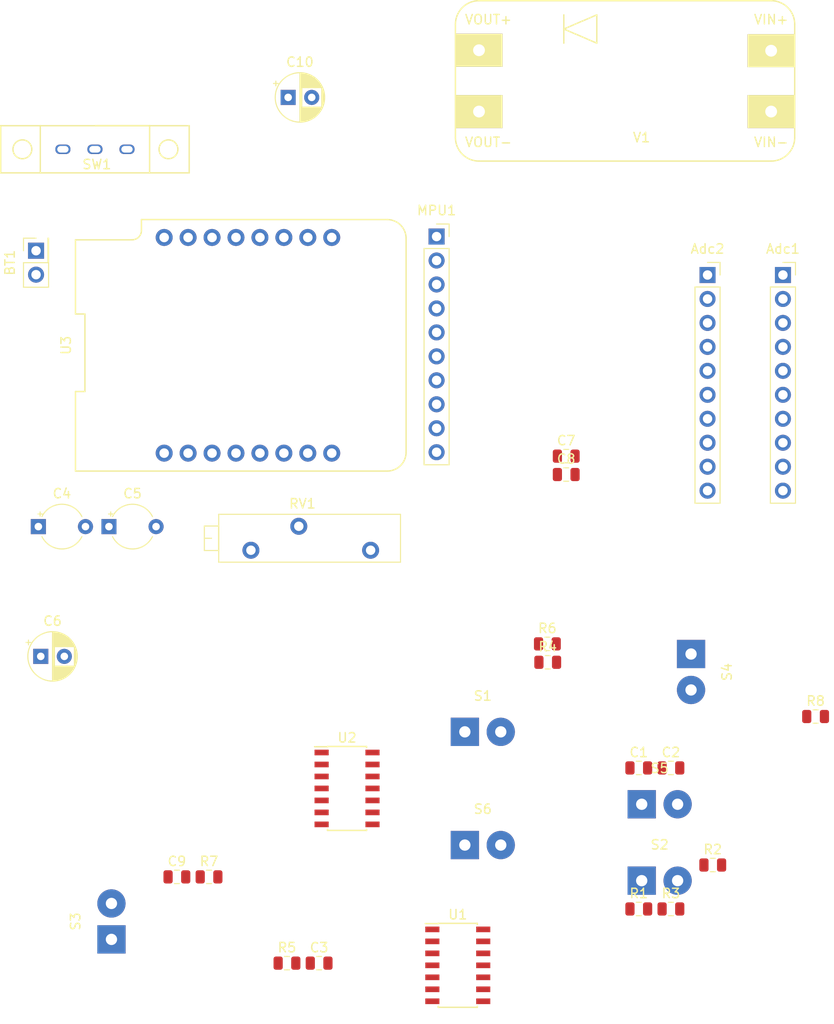
<source format=kicad_pcb>
(kicad_pcb (version 20171130) (host pcbnew "(5.0.2)-1")

  (general
    (thickness 1.6)
    (drawings 0)
    (tracks 0)
    (zones 0)
    (modules 34)
    (nets 45)
  )

  (page A4)
  (layers
    (0 F.Cu signal)
    (31 B.Cu signal)
    (32 B.Adhes user)
    (33 F.Adhes user)
    (34 B.Paste user)
    (35 F.Paste user)
    (36 B.SilkS user)
    (37 F.SilkS user)
    (38 B.Mask user)
    (39 F.Mask user)
    (40 Dwgs.User user)
    (41 Cmts.User user)
    (42 Eco1.User user)
    (43 Eco2.User user)
    (44 Edge.Cuts user)
    (45 Margin user)
    (46 B.CrtYd user)
    (47 F.CrtYd user)
    (48 B.Fab user)
    (49 F.Fab user)
  )

  (setup
    (last_trace_width 0.25)
    (trace_clearance 0.2)
    (zone_clearance 0.508)
    (zone_45_only no)
    (trace_min 0.2)
    (segment_width 0.2)
    (edge_width 0.15)
    (via_size 0.8)
    (via_drill 0.4)
    (via_min_size 0.4)
    (via_min_drill 0.3)
    (uvia_size 0.3)
    (uvia_drill 0.1)
    (uvias_allowed no)
    (uvia_min_size 0.2)
    (uvia_min_drill 0.1)
    (pcb_text_width 0.3)
    (pcb_text_size 1.5 1.5)
    (mod_edge_width 0.15)
    (mod_text_size 1 1)
    (mod_text_width 0.15)
    (pad_size 1.524 1.524)
    (pad_drill 0.762)
    (pad_to_mask_clearance 0.051)
    (solder_mask_min_width 0.25)
    (aux_axis_origin 0 0)
    (visible_elements 7FFFFFFF)
    (pcbplotparams
      (layerselection 0x010fc_ffffffff)
      (usegerberextensions false)
      (usegerberattributes false)
      (usegerberadvancedattributes false)
      (creategerberjobfile false)
      (excludeedgelayer true)
      (linewidth 0.100000)
      (plotframeref false)
      (viasonmask false)
      (mode 1)
      (useauxorigin false)
      (hpglpennumber 1)
      (hpglpenspeed 20)
      (hpglpendiameter 15.000000)
      (psnegative false)
      (psa4output false)
      (plotreference true)
      (plotvalue true)
      (plotinvisibletext false)
      (padsonsilk false)
      (subtractmaskfromsilk false)
      (outputformat 1)
      (mirror false)
      (drillshape 1)
      (scaleselection 1)
      (outputdirectory ""))
  )

  (net 0 "")
  (net 1 /Sen_4)
  (net 2 "Net-(C7-Pad2)")
  (net 3 /4v)
  (net 4 GND)
  (net 5 "Net-(C1-Pad2)")
  (net 6 /Sen_1)
  (net 7 /2v)
  (net 8 "Net-(RV1-Pad2)")
  (net 9 /8V)
  (net 10 "Net-(R1-Pad2)")
  (net 11 /Sen_2)
  (net 12 "Net-(C2-Pad2)")
  (net 13 "Net-(C8-Pad2)")
  (net 14 /Sen_5)
  (net 15 /Sen_3)
  (net 16 "Net-(C3-Pad2)")
  (net 17 "Net-(C9-Pad2)")
  (net 18 /Sen_6)
  (net 19 "Net-(U3-Pad16)")
  (net 20 /Source)
  (net 21 "Net-(U3-Pad15)")
  (net 22 "Net-(U3-Pad14)")
  (net 23 "Net-(U3-Pad3)")
  (net 24 "Net-(U3-Pad13)")
  (net 25 "Net-(U3-Pad4)")
  (net 26 "Net-(U3-Pad12)")
  (net 27 /SDA)
  (net 28 "Net-(U3-Pad11)")
  (net 29 /SCL)
  (net 30 "Net-(U3-Pad10)")
  (net 31 "Net-(U3-Pad7)")
  (net 32 "Net-(U3-Pad9)")
  (net 33 "Net-(U3-Pad8)")
  (net 34 "Net-(Adc1-Pad6)")
  (net 35 "Net-(Adc1-Pad10)")
  (net 36 "Net-(Adc2-Pad10)")
  (net 37 "Net-(Adc2-Pad6)")
  (net 38 "Net-(MPU1-Pad5)")
  (net 39 "Net-(MPU1-Pad6)")
  (net 40 "Net-(MPU1-Pad7)")
  (net 41 "Net-(MPU1-Pad8)")
  (net 42 "Net-(MPU1-Pad9)")
  (net 43 "Net-(MPU1-Pad10)")
  (net 44 "Net-(BT1-Pad1)")

  (net_class Default "This is the default net class."
    (clearance 0.2)
    (trace_width 0.25)
    (via_dia 0.8)
    (via_drill 0.4)
    (uvia_dia 0.3)
    (uvia_drill 0.1)
    (add_net /2v)
    (add_net /4v)
    (add_net /8V)
    (add_net /SCL)
    (add_net /SDA)
    (add_net /Sen_1)
    (add_net /Sen_2)
    (add_net /Sen_3)
    (add_net /Sen_4)
    (add_net /Sen_5)
    (add_net /Sen_6)
    (add_net /Source)
    (add_net GND)
    (add_net "Net-(Adc1-Pad10)")
    (add_net "Net-(Adc1-Pad6)")
    (add_net "Net-(Adc2-Pad10)")
    (add_net "Net-(Adc2-Pad6)")
    (add_net "Net-(BT1-Pad1)")
    (add_net "Net-(C1-Pad2)")
    (add_net "Net-(C2-Pad2)")
    (add_net "Net-(C3-Pad2)")
    (add_net "Net-(C7-Pad2)")
    (add_net "Net-(C8-Pad2)")
    (add_net "Net-(C9-Pad2)")
    (add_net "Net-(MPU1-Pad10)")
    (add_net "Net-(MPU1-Pad5)")
    (add_net "Net-(MPU1-Pad6)")
    (add_net "Net-(MPU1-Pad7)")
    (add_net "Net-(MPU1-Pad8)")
    (add_net "Net-(MPU1-Pad9)")
    (add_net "Net-(R1-Pad2)")
    (add_net "Net-(RV1-Pad2)")
    (add_net "Net-(U3-Pad10)")
    (add_net "Net-(U3-Pad11)")
    (add_net "Net-(U3-Pad12)")
    (add_net "Net-(U3-Pad13)")
    (add_net "Net-(U3-Pad14)")
    (add_net "Net-(U3-Pad15)")
    (add_net "Net-(U3-Pad16)")
    (add_net "Net-(U3-Pad3)")
    (add_net "Net-(U3-Pad4)")
    (add_net "Net-(U3-Pad7)")
    (add_net "Net-(U3-Pad8)")
    (add_net "Net-(U3-Pad9)")
  )

  (module Connector_PinSocket_2.54mm:PinSocket_1x10_P2.54mm_Vertical (layer F.Cu) (tedit 5A19A425) (tstamp 5D3E183B)
    (at 95.75 62.575001)
    (descr "Through hole straight socket strip, 1x10, 2.54mm pitch, single row (from Kicad 4.0.7), script generated")
    (tags "Through hole socket strip THT 1x10 2.54mm single row")
    (path /5D142D76)
    (fp_text reference Adc1 (at 0 -2.77) (layer F.SilkS)
      (effects (font (size 1 1) (thickness 0.15)))
    )
    (fp_text value ADS1115 (at 0 25.63) (layer F.Fab)
      (effects (font (size 1 1) (thickness 0.15)))
    )
    (fp_line (start -1.27 -1.27) (end 0.635 -1.27) (layer F.Fab) (width 0.1))
    (fp_line (start 0.635 -1.27) (end 1.27 -0.635) (layer F.Fab) (width 0.1))
    (fp_line (start 1.27 -0.635) (end 1.27 24.13) (layer F.Fab) (width 0.1))
    (fp_line (start 1.27 24.13) (end -1.27 24.13) (layer F.Fab) (width 0.1))
    (fp_line (start -1.27 24.13) (end -1.27 -1.27) (layer F.Fab) (width 0.1))
    (fp_line (start -1.33 1.27) (end 1.33 1.27) (layer F.SilkS) (width 0.12))
    (fp_line (start -1.33 1.27) (end -1.33 24.19) (layer F.SilkS) (width 0.12))
    (fp_line (start -1.33 24.19) (end 1.33 24.19) (layer F.SilkS) (width 0.12))
    (fp_line (start 1.33 1.27) (end 1.33 24.19) (layer F.SilkS) (width 0.12))
    (fp_line (start 1.33 -1.33) (end 1.33 0) (layer F.SilkS) (width 0.12))
    (fp_line (start 0 -1.33) (end 1.33 -1.33) (layer F.SilkS) (width 0.12))
    (fp_line (start -1.8 -1.8) (end 1.75 -1.8) (layer F.CrtYd) (width 0.05))
    (fp_line (start 1.75 -1.8) (end 1.75 24.6) (layer F.CrtYd) (width 0.05))
    (fp_line (start 1.75 24.6) (end -1.8 24.6) (layer F.CrtYd) (width 0.05))
    (fp_line (start -1.8 24.6) (end -1.8 -1.8) (layer F.CrtYd) (width 0.05))
    (fp_text user %R (at 0 11.43 90) (layer F.Fab)
      (effects (font (size 1 1) (thickness 0.15)))
    )
    (pad 1 thru_hole rect (at 0 0) (size 1.7 1.7) (drill 1) (layers *.Cu *.Mask)
      (net 3 /4v))
    (pad 2 thru_hole oval (at 0 2.54) (size 1.7 1.7) (drill 1) (layers *.Cu *.Mask)
      (net 4 GND))
    (pad 3 thru_hole oval (at 0 5.08) (size 1.7 1.7) (drill 1) (layers *.Cu *.Mask)
      (net 29 /SCL))
    (pad 4 thru_hole oval (at 0 7.62) (size 1.7 1.7) (drill 1) (layers *.Cu *.Mask)
      (net 27 /SDA))
    (pad 5 thru_hole oval (at 0 10.16) (size 1.7 1.7) (drill 1) (layers *.Cu *.Mask)
      (net 3 /4v))
    (pad 6 thru_hole oval (at 0 12.7) (size 1.7 1.7) (drill 1) (layers *.Cu *.Mask)
      (net 34 "Net-(Adc1-Pad6)"))
    (pad 7 thru_hole oval (at 0 15.24) (size 1.7 1.7) (drill 1) (layers *.Cu *.Mask)
      (net 6 /Sen_1))
    (pad 8 thru_hole oval (at 0 17.78) (size 1.7 1.7) (drill 1) (layers *.Cu *.Mask)
      (net 11 /Sen_2))
    (pad 9 thru_hole oval (at 0 20.32) (size 1.7 1.7) (drill 1) (layers *.Cu *.Mask)
      (net 15 /Sen_3))
    (pad 10 thru_hole oval (at 0 22.86) (size 1.7 1.7) (drill 1) (layers *.Cu *.Mask)
      (net 35 "Net-(Adc1-Pad10)"))
    (model ${KISYS3DMOD}/Connector_PinSocket_2.54mm.3dshapes/PinSocket_1x10_P2.54mm_Vertical.wrl
      (at (xyz 0 0 0))
      (scale (xyz 1 1 1))
      (rotate (xyz 0 0 0))
    )
  )

  (module Connector_PinSocket_2.54mm:PinSocket_1x10_P2.54mm_Vertical (layer F.Cu) (tedit 5A19A425) (tstamp 5D3E1859)
    (at 87.75 62.575001)
    (descr "Through hole straight socket strip, 1x10, 2.54mm pitch, single row (from Kicad 4.0.7), script generated")
    (tags "Through hole socket strip THT 1x10 2.54mm single row")
    (path /5D142DF0)
    (fp_text reference Adc2 (at 0 -2.77) (layer F.SilkS)
      (effects (font (size 1 1) (thickness 0.15)))
    )
    (fp_text value ADS1115 (at 0 25.63) (layer F.Fab)
      (effects (font (size 1 1) (thickness 0.15)))
    )
    (fp_text user %R (at 0 11.43 90) (layer F.Fab)
      (effects (font (size 1 1) (thickness 0.15)))
    )
    (fp_line (start -1.8 24.6) (end -1.8 -1.8) (layer F.CrtYd) (width 0.05))
    (fp_line (start 1.75 24.6) (end -1.8 24.6) (layer F.CrtYd) (width 0.05))
    (fp_line (start 1.75 -1.8) (end 1.75 24.6) (layer F.CrtYd) (width 0.05))
    (fp_line (start -1.8 -1.8) (end 1.75 -1.8) (layer F.CrtYd) (width 0.05))
    (fp_line (start 0 -1.33) (end 1.33 -1.33) (layer F.SilkS) (width 0.12))
    (fp_line (start 1.33 -1.33) (end 1.33 0) (layer F.SilkS) (width 0.12))
    (fp_line (start 1.33 1.27) (end 1.33 24.19) (layer F.SilkS) (width 0.12))
    (fp_line (start -1.33 24.19) (end 1.33 24.19) (layer F.SilkS) (width 0.12))
    (fp_line (start -1.33 1.27) (end -1.33 24.19) (layer F.SilkS) (width 0.12))
    (fp_line (start -1.33 1.27) (end 1.33 1.27) (layer F.SilkS) (width 0.12))
    (fp_line (start -1.27 24.13) (end -1.27 -1.27) (layer F.Fab) (width 0.1))
    (fp_line (start 1.27 24.13) (end -1.27 24.13) (layer F.Fab) (width 0.1))
    (fp_line (start 1.27 -0.635) (end 1.27 24.13) (layer F.Fab) (width 0.1))
    (fp_line (start 0.635 -1.27) (end 1.27 -0.635) (layer F.Fab) (width 0.1))
    (fp_line (start -1.27 -1.27) (end 0.635 -1.27) (layer F.Fab) (width 0.1))
    (pad 10 thru_hole oval (at 0 22.86) (size 1.7 1.7) (drill 1) (layers *.Cu *.Mask)
      (net 36 "Net-(Adc2-Pad10)"))
    (pad 9 thru_hole oval (at 0 20.32) (size 1.7 1.7) (drill 1) (layers *.Cu *.Mask)
      (net 18 /Sen_6))
    (pad 8 thru_hole oval (at 0 17.78) (size 1.7 1.7) (drill 1) (layers *.Cu *.Mask)
      (net 14 /Sen_5))
    (pad 7 thru_hole oval (at 0 15.24) (size 1.7 1.7) (drill 1) (layers *.Cu *.Mask)
      (net 1 /Sen_4))
    (pad 6 thru_hole oval (at 0 12.7) (size 1.7 1.7) (drill 1) (layers *.Cu *.Mask)
      (net 37 "Net-(Adc2-Pad6)"))
    (pad 5 thru_hole oval (at 0 10.16) (size 1.7 1.7) (drill 1) (layers *.Cu *.Mask)
      (net 4 GND))
    (pad 4 thru_hole oval (at 0 7.62) (size 1.7 1.7) (drill 1) (layers *.Cu *.Mask)
      (net 27 /SDA))
    (pad 3 thru_hole oval (at 0 5.08) (size 1.7 1.7) (drill 1) (layers *.Cu *.Mask)
      (net 29 /SCL))
    (pad 2 thru_hole oval (at 0 2.54) (size 1.7 1.7) (drill 1) (layers *.Cu *.Mask)
      (net 4 GND))
    (pad 1 thru_hole rect (at 0 0) (size 1.7 1.7) (drill 1) (layers *.Cu *.Mask)
      (net 3 /4v))
    (model ${KISYS3DMOD}/Connector_PinSocket_2.54mm.3dshapes/PinSocket_1x10_P2.54mm_Vertical.wrl
      (at (xyz 0 0 0))
      (scale (xyz 1 1 1))
      (rotate (xyz 0 0 0))
    )
  )

  (module Connector_PinSocket_2.54mm:PinSocket_2x01_P2.54mm_Vertical (layer F.Cu) (tedit 5A19A420) (tstamp 5D3E1871)
    (at 16.5 60 90)
    (descr "Through hole straight socket strip, 2x01, 2.54mm pitch, double cols (from Kicad 4.0.7), script generated")
    (tags "Through hole socket strip THT 2x01 2.54mm double row")
    (path /5D126F89)
    (fp_text reference BT1 (at -1.27 -2.77 90) (layer F.SilkS)
      (effects (font (size 1 1) (thickness 0.15)))
    )
    (fp_text value Source (at -1.27 2.77 90) (layer F.Fab)
      (effects (font (size 1 1) (thickness 0.15)))
    )
    (fp_line (start -3.81 -1.27) (end 0.635 -1.27) (layer F.Fab) (width 0.1))
    (fp_line (start 0.635 -1.27) (end 1.27 -0.635) (layer F.Fab) (width 0.1))
    (fp_line (start 1.27 -0.635) (end 1.27 1.27) (layer F.Fab) (width 0.1))
    (fp_line (start 1.27 1.27) (end -3.81 1.27) (layer F.Fab) (width 0.1))
    (fp_line (start -3.81 1.27) (end -3.81 -1.27) (layer F.Fab) (width 0.1))
    (fp_line (start -3.87 -1.33) (end -1.27 -1.33) (layer F.SilkS) (width 0.12))
    (fp_line (start -3.87 -1.33) (end -3.87 1.33) (layer F.SilkS) (width 0.12))
    (fp_line (start -3.87 1.33) (end 1.33 1.33) (layer F.SilkS) (width 0.12))
    (fp_line (start 1.33 1.27) (end 1.33 1.33) (layer F.SilkS) (width 0.12))
    (fp_line (start -1.27 1.27) (end 1.33 1.27) (layer F.SilkS) (width 0.12))
    (fp_line (start -1.27 -1.33) (end -1.27 1.27) (layer F.SilkS) (width 0.12))
    (fp_line (start 1.33 -1.33) (end 1.33 0) (layer F.SilkS) (width 0.12))
    (fp_line (start 0 -1.33) (end 1.33 -1.33) (layer F.SilkS) (width 0.12))
    (fp_line (start -4.34 -1.8) (end 1.76 -1.8) (layer F.CrtYd) (width 0.05))
    (fp_line (start 1.76 -1.8) (end 1.76 1.75) (layer F.CrtYd) (width 0.05))
    (fp_line (start 1.76 1.75) (end -4.34 1.75) (layer F.CrtYd) (width 0.05))
    (fp_line (start -4.34 1.75) (end -4.34 -1.8) (layer F.CrtYd) (width 0.05))
    (fp_text user %R (at -1.27 0 90) (layer F.Fab)
      (effects (font (size 1 1) (thickness 0.15)))
    )
    (pad 1 thru_hole rect (at 0 0 90) (size 1.7 1.7) (drill 1) (layers *.Cu *.Mask)
      (net 44 "Net-(BT1-Pad1)"))
    (pad 2 thru_hole oval (at -2.54 0 90) (size 1.7 1.7) (drill 1) (layers *.Cu *.Mask)
      (net 4 GND))
    (model ${KISYS3DMOD}/Connector_PinSocket_2.54mm.3dshapes/PinSocket_2x01_P2.54mm_Vertical.wrl
      (at (xyz 0 0 0))
      (scale (xyz 1 1 1))
      (rotate (xyz 0 0 0))
    )
  )

  (module Capacitor_SMD:C_0805_2012Metric (layer F.Cu) (tedit 5B36C52B) (tstamp 5D3E1882)
    (at 80.455001 114.825001)
    (descr "Capacitor SMD 0805 (2012 Metric), square (rectangular) end terminal, IPC_7351 nominal, (Body size source: https://docs.google.com/spreadsheets/d/1BsfQQcO9C6DZCsRaXUlFlo91Tg2WpOkGARC1WS5S8t0/edit?usp=sharing), generated with kicad-footprint-generator")
    (tags capacitor)
    (path /5D12DE3A)
    (attr smd)
    (fp_text reference C1 (at 0 -1.65) (layer F.SilkS)
      (effects (font (size 1 1) (thickness 0.15)))
    )
    (fp_text value 47pF (at 0 1.65) (layer F.Fab)
      (effects (font (size 1 1) (thickness 0.15)))
    )
    (fp_text user %R (at 0 0) (layer F.Fab)
      (effects (font (size 0.5 0.5) (thickness 0.08)))
    )
    (fp_line (start 1.68 0.95) (end -1.68 0.95) (layer F.CrtYd) (width 0.05))
    (fp_line (start 1.68 -0.95) (end 1.68 0.95) (layer F.CrtYd) (width 0.05))
    (fp_line (start -1.68 -0.95) (end 1.68 -0.95) (layer F.CrtYd) (width 0.05))
    (fp_line (start -1.68 0.95) (end -1.68 -0.95) (layer F.CrtYd) (width 0.05))
    (fp_line (start -0.258578 0.71) (end 0.258578 0.71) (layer F.SilkS) (width 0.12))
    (fp_line (start -0.258578 -0.71) (end 0.258578 -0.71) (layer F.SilkS) (width 0.12))
    (fp_line (start 1 0.6) (end -1 0.6) (layer F.Fab) (width 0.1))
    (fp_line (start 1 -0.6) (end 1 0.6) (layer F.Fab) (width 0.1))
    (fp_line (start -1 -0.6) (end 1 -0.6) (layer F.Fab) (width 0.1))
    (fp_line (start -1 0.6) (end -1 -0.6) (layer F.Fab) (width 0.1))
    (pad 2 smd roundrect (at 0.9375 0) (size 0.975 1.4) (layers F.Cu F.Paste F.Mask) (roundrect_rratio 0.25)
      (net 5 "Net-(C1-Pad2)"))
    (pad 1 smd roundrect (at -0.9375 0) (size 0.975 1.4) (layers F.Cu F.Paste F.Mask) (roundrect_rratio 0.25)
      (net 6 /Sen_1))
    (model ${KISYS3DMOD}/Capacitor_SMD.3dshapes/C_0805_2012Metric.wrl
      (at (xyz 0 0 0))
      (scale (xyz 1 1 1))
      (rotate (xyz 0 0 0))
    )
  )

  (module Capacitor_SMD:C_0805_2012Metric (layer F.Cu) (tedit 5B36C52B) (tstamp 5D3E1893)
    (at 83.865001 114.825001)
    (descr "Capacitor SMD 0805 (2012 Metric), square (rectangular) end terminal, IPC_7351 nominal, (Body size source: https://docs.google.com/spreadsheets/d/1BsfQQcO9C6DZCsRaXUlFlo91Tg2WpOkGARC1WS5S8t0/edit?usp=sharing), generated with kicad-footprint-generator")
    (tags capacitor)
    (path /5D131A70)
    (attr smd)
    (fp_text reference C2 (at 0 -1.65) (layer F.SilkS)
      (effects (font (size 1 1) (thickness 0.15)))
    )
    (fp_text value 47pF (at 0 1.65) (layer F.Fab)
      (effects (font (size 1 1) (thickness 0.15)))
    )
    (fp_line (start -1 0.6) (end -1 -0.6) (layer F.Fab) (width 0.1))
    (fp_line (start -1 -0.6) (end 1 -0.6) (layer F.Fab) (width 0.1))
    (fp_line (start 1 -0.6) (end 1 0.6) (layer F.Fab) (width 0.1))
    (fp_line (start 1 0.6) (end -1 0.6) (layer F.Fab) (width 0.1))
    (fp_line (start -0.258578 -0.71) (end 0.258578 -0.71) (layer F.SilkS) (width 0.12))
    (fp_line (start -0.258578 0.71) (end 0.258578 0.71) (layer F.SilkS) (width 0.12))
    (fp_line (start -1.68 0.95) (end -1.68 -0.95) (layer F.CrtYd) (width 0.05))
    (fp_line (start -1.68 -0.95) (end 1.68 -0.95) (layer F.CrtYd) (width 0.05))
    (fp_line (start 1.68 -0.95) (end 1.68 0.95) (layer F.CrtYd) (width 0.05))
    (fp_line (start 1.68 0.95) (end -1.68 0.95) (layer F.CrtYd) (width 0.05))
    (fp_text user %R (at 0 0) (layer F.Fab)
      (effects (font (size 0.5 0.5) (thickness 0.08)))
    )
    (pad 1 smd roundrect (at -0.9375 0) (size 0.975 1.4) (layers F.Cu F.Paste F.Mask) (roundrect_rratio 0.25)
      (net 11 /Sen_2))
    (pad 2 smd roundrect (at 0.9375 0) (size 0.975 1.4) (layers F.Cu F.Paste F.Mask) (roundrect_rratio 0.25)
      (net 12 "Net-(C2-Pad2)"))
    (model ${KISYS3DMOD}/Capacitor_SMD.3dshapes/C_0805_2012Metric.wrl
      (at (xyz 0 0 0))
      (scale (xyz 1 1 1))
      (rotate (xyz 0 0 0))
    )
  )

  (module Capacitor_SMD:C_0805_2012Metric (layer F.Cu) (tedit 5B36C52B) (tstamp 5D3E18A4)
    (at 46.535001 135.515001)
    (descr "Capacitor SMD 0805 (2012 Metric), square (rectangular) end terminal, IPC_7351 nominal, (Body size source: https://docs.google.com/spreadsheets/d/1BsfQQcO9C6DZCsRaXUlFlo91Tg2WpOkGARC1WS5S8t0/edit?usp=sharing), generated with kicad-footprint-generator")
    (tags capacitor)
    (path /5D138843)
    (attr smd)
    (fp_text reference C3 (at 0 -1.65) (layer F.SilkS)
      (effects (font (size 1 1) (thickness 0.15)))
    )
    (fp_text value 47pF (at 0 1.65) (layer F.Fab)
      (effects (font (size 1 1) (thickness 0.15)))
    )
    (fp_text user %R (at 0 0) (layer F.Fab)
      (effects (font (size 0.5 0.5) (thickness 0.08)))
    )
    (fp_line (start 1.68 0.95) (end -1.68 0.95) (layer F.CrtYd) (width 0.05))
    (fp_line (start 1.68 -0.95) (end 1.68 0.95) (layer F.CrtYd) (width 0.05))
    (fp_line (start -1.68 -0.95) (end 1.68 -0.95) (layer F.CrtYd) (width 0.05))
    (fp_line (start -1.68 0.95) (end -1.68 -0.95) (layer F.CrtYd) (width 0.05))
    (fp_line (start -0.258578 0.71) (end 0.258578 0.71) (layer F.SilkS) (width 0.12))
    (fp_line (start -0.258578 -0.71) (end 0.258578 -0.71) (layer F.SilkS) (width 0.12))
    (fp_line (start 1 0.6) (end -1 0.6) (layer F.Fab) (width 0.1))
    (fp_line (start 1 -0.6) (end 1 0.6) (layer F.Fab) (width 0.1))
    (fp_line (start -1 -0.6) (end 1 -0.6) (layer F.Fab) (width 0.1))
    (fp_line (start -1 0.6) (end -1 -0.6) (layer F.Fab) (width 0.1))
    (pad 2 smd roundrect (at 0.9375 0) (size 0.975 1.4) (layers F.Cu F.Paste F.Mask) (roundrect_rratio 0.25)
      (net 16 "Net-(C3-Pad2)"))
    (pad 1 smd roundrect (at -0.9375 0) (size 0.975 1.4) (layers F.Cu F.Paste F.Mask) (roundrect_rratio 0.25)
      (net 15 /Sen_3))
    (model ${KISYS3DMOD}/Capacitor_SMD.3dshapes/C_0805_2012Metric.wrl
      (at (xyz 0 0 0))
      (scale (xyz 1 1 1))
      (rotate (xyz 0 0 0))
    )
  )

  (module Capacitor_SMD:C_0805_2012Metric (layer F.Cu) (tedit 5B36C52B) (tstamp 5D3E1957)
    (at 72.755001 81.775001)
    (descr "Capacitor SMD 0805 (2012 Metric), square (rectangular) end terminal, IPC_7351 nominal, (Body size source: https://docs.google.com/spreadsheets/d/1BsfQQcO9C6DZCsRaXUlFlo91Tg2WpOkGARC1WS5S8t0/edit?usp=sharing), generated with kicad-footprint-generator")
    (tags capacitor)
    (path /5D134A2A)
    (attr smd)
    (fp_text reference C7 (at 0 -1.65) (layer F.SilkS)
      (effects (font (size 1 1) (thickness 0.15)))
    )
    (fp_text value 47pF (at 0 1.65) (layer F.Fab)
      (effects (font (size 1 1) (thickness 0.15)))
    )
    (fp_text user %R (at 0 0) (layer F.Fab)
      (effects (font (size 0.5 0.5) (thickness 0.08)))
    )
    (fp_line (start 1.68 0.95) (end -1.68 0.95) (layer F.CrtYd) (width 0.05))
    (fp_line (start 1.68 -0.95) (end 1.68 0.95) (layer F.CrtYd) (width 0.05))
    (fp_line (start -1.68 -0.95) (end 1.68 -0.95) (layer F.CrtYd) (width 0.05))
    (fp_line (start -1.68 0.95) (end -1.68 -0.95) (layer F.CrtYd) (width 0.05))
    (fp_line (start -0.258578 0.71) (end 0.258578 0.71) (layer F.SilkS) (width 0.12))
    (fp_line (start -0.258578 -0.71) (end 0.258578 -0.71) (layer F.SilkS) (width 0.12))
    (fp_line (start 1 0.6) (end -1 0.6) (layer F.Fab) (width 0.1))
    (fp_line (start 1 -0.6) (end 1 0.6) (layer F.Fab) (width 0.1))
    (fp_line (start -1 -0.6) (end 1 -0.6) (layer F.Fab) (width 0.1))
    (fp_line (start -1 0.6) (end -1 -0.6) (layer F.Fab) (width 0.1))
    (pad 2 smd roundrect (at 0.9375 0) (size 0.975 1.4) (layers F.Cu F.Paste F.Mask) (roundrect_rratio 0.25)
      (net 2 "Net-(C7-Pad2)"))
    (pad 1 smd roundrect (at -0.9375 0) (size 0.975 1.4) (layers F.Cu F.Paste F.Mask) (roundrect_rratio 0.25)
      (net 1 /Sen_4))
    (model ${KISYS3DMOD}/Capacitor_SMD.3dshapes/C_0805_2012Metric.wrl
      (at (xyz 0 0 0))
      (scale (xyz 1 1 1))
      (rotate (xyz 0 0 0))
    )
  )

  (module Capacitor_SMD:C_0805_2012Metric (layer F.Cu) (tedit 5B36C52B) (tstamp 5D3E1968)
    (at 72.755001 83.725001)
    (descr "Capacitor SMD 0805 (2012 Metric), square (rectangular) end terminal, IPC_7351 nominal, (Body size source: https://docs.google.com/spreadsheets/d/1BsfQQcO9C6DZCsRaXUlFlo91Tg2WpOkGARC1WS5S8t0/edit?usp=sharing), generated with kicad-footprint-generator")
    (tags capacitor)
    (path /5D134A52)
    (attr smd)
    (fp_text reference C8 (at 0 -1.65) (layer F.SilkS)
      (effects (font (size 1 1) (thickness 0.15)))
    )
    (fp_text value 47pF (at 0 1.65) (layer F.Fab)
      (effects (font (size 1 1) (thickness 0.15)))
    )
    (fp_line (start -1 0.6) (end -1 -0.6) (layer F.Fab) (width 0.1))
    (fp_line (start -1 -0.6) (end 1 -0.6) (layer F.Fab) (width 0.1))
    (fp_line (start 1 -0.6) (end 1 0.6) (layer F.Fab) (width 0.1))
    (fp_line (start 1 0.6) (end -1 0.6) (layer F.Fab) (width 0.1))
    (fp_line (start -0.258578 -0.71) (end 0.258578 -0.71) (layer F.SilkS) (width 0.12))
    (fp_line (start -0.258578 0.71) (end 0.258578 0.71) (layer F.SilkS) (width 0.12))
    (fp_line (start -1.68 0.95) (end -1.68 -0.95) (layer F.CrtYd) (width 0.05))
    (fp_line (start -1.68 -0.95) (end 1.68 -0.95) (layer F.CrtYd) (width 0.05))
    (fp_line (start 1.68 -0.95) (end 1.68 0.95) (layer F.CrtYd) (width 0.05))
    (fp_line (start 1.68 0.95) (end -1.68 0.95) (layer F.CrtYd) (width 0.05))
    (fp_text user %R (at 0 0) (layer F.Fab)
      (effects (font (size 0.5 0.5) (thickness 0.08)))
    )
    (pad 1 smd roundrect (at -0.9375 0) (size 0.975 1.4) (layers F.Cu F.Paste F.Mask) (roundrect_rratio 0.25)
      (net 14 /Sen_5))
    (pad 2 smd roundrect (at 0.9375 0) (size 0.975 1.4) (layers F.Cu F.Paste F.Mask) (roundrect_rratio 0.25)
      (net 13 "Net-(C8-Pad2)"))
    (model ${KISYS3DMOD}/Capacitor_SMD.3dshapes/C_0805_2012Metric.wrl
      (at (xyz 0 0 0))
      (scale (xyz 1 1 1))
      (rotate (xyz 0 0 0))
    )
  )

  (module Capacitor_SMD:C_0805_2012Metric (layer F.Cu) (tedit 5B36C52B) (tstamp 5D3E1979)
    (at 31.445001 126.375001)
    (descr "Capacitor SMD 0805 (2012 Metric), square (rectangular) end terminal, IPC_7351 nominal, (Body size source: https://docs.google.com/spreadsheets/d/1BsfQQcO9C6DZCsRaXUlFlo91Tg2WpOkGARC1WS5S8t0/edit?usp=sharing), generated with kicad-footprint-generator")
    (tags capacitor)
    (path /5D138872)
    (attr smd)
    (fp_text reference C9 (at 0 -1.65) (layer F.SilkS)
      (effects (font (size 1 1) (thickness 0.15)))
    )
    (fp_text value 47pF (at 0 1.65) (layer F.Fab)
      (effects (font (size 1 1) (thickness 0.15)))
    )
    (fp_line (start -1 0.6) (end -1 -0.6) (layer F.Fab) (width 0.1))
    (fp_line (start -1 -0.6) (end 1 -0.6) (layer F.Fab) (width 0.1))
    (fp_line (start 1 -0.6) (end 1 0.6) (layer F.Fab) (width 0.1))
    (fp_line (start 1 0.6) (end -1 0.6) (layer F.Fab) (width 0.1))
    (fp_line (start -0.258578 -0.71) (end 0.258578 -0.71) (layer F.SilkS) (width 0.12))
    (fp_line (start -0.258578 0.71) (end 0.258578 0.71) (layer F.SilkS) (width 0.12))
    (fp_line (start -1.68 0.95) (end -1.68 -0.95) (layer F.CrtYd) (width 0.05))
    (fp_line (start -1.68 -0.95) (end 1.68 -0.95) (layer F.CrtYd) (width 0.05))
    (fp_line (start 1.68 -0.95) (end 1.68 0.95) (layer F.CrtYd) (width 0.05))
    (fp_line (start 1.68 0.95) (end -1.68 0.95) (layer F.CrtYd) (width 0.05))
    (fp_text user %R (at 0 0) (layer F.Fab)
      (effects (font (size 0.5 0.5) (thickness 0.08)))
    )
    (pad 1 smd roundrect (at -0.9375 0) (size 0.975 1.4) (layers F.Cu F.Paste F.Mask) (roundrect_rratio 0.25)
      (net 18 /Sen_6))
    (pad 2 smd roundrect (at 0.9375 0) (size 0.975 1.4) (layers F.Cu F.Paste F.Mask) (roundrect_rratio 0.25)
      (net 17 "Net-(C9-Pad2)"))
    (model ${KISYS3DMOD}/Capacitor_SMD.3dshapes/C_0805_2012Metric.wrl
      (at (xyz 0 0 0))
      (scale (xyz 1 1 1))
      (rotate (xyz 0 0 0))
    )
  )

  (module Connector_PinSocket_2.54mm:PinSocket_1x10_P2.54mm_Vertical (layer F.Cu) (tedit 5A19A425) (tstamp 5D3E1997)
    (at 59 58.5)
    (descr "Through hole straight socket strip, 1x10, 2.54mm pitch, single row (from Kicad 4.0.7), script generated")
    (tags "Through hole socket strip THT 1x10 2.54mm single row")
    (path /5D19294C)
    (fp_text reference MPU1 (at 0 -2.77) (layer F.SilkS)
      (effects (font (size 1 1) (thickness 0.15)))
    )
    (fp_text value MPU9250 (at 0 25.63) (layer F.Fab)
      (effects (font (size 1 1) (thickness 0.15)))
    )
    (fp_line (start -1.27 -1.27) (end 0.635 -1.27) (layer F.Fab) (width 0.1))
    (fp_line (start 0.635 -1.27) (end 1.27 -0.635) (layer F.Fab) (width 0.1))
    (fp_line (start 1.27 -0.635) (end 1.27 24.13) (layer F.Fab) (width 0.1))
    (fp_line (start 1.27 24.13) (end -1.27 24.13) (layer F.Fab) (width 0.1))
    (fp_line (start -1.27 24.13) (end -1.27 -1.27) (layer F.Fab) (width 0.1))
    (fp_line (start -1.33 1.27) (end 1.33 1.27) (layer F.SilkS) (width 0.12))
    (fp_line (start -1.33 1.27) (end -1.33 24.19) (layer F.SilkS) (width 0.12))
    (fp_line (start -1.33 24.19) (end 1.33 24.19) (layer F.SilkS) (width 0.12))
    (fp_line (start 1.33 1.27) (end 1.33 24.19) (layer F.SilkS) (width 0.12))
    (fp_line (start 1.33 -1.33) (end 1.33 0) (layer F.SilkS) (width 0.12))
    (fp_line (start 0 -1.33) (end 1.33 -1.33) (layer F.SilkS) (width 0.12))
    (fp_line (start -1.8 -1.8) (end 1.75 -1.8) (layer F.CrtYd) (width 0.05))
    (fp_line (start 1.75 -1.8) (end 1.75 24.6) (layer F.CrtYd) (width 0.05))
    (fp_line (start 1.75 24.6) (end -1.8 24.6) (layer F.CrtYd) (width 0.05))
    (fp_line (start -1.8 24.6) (end -1.8 -1.8) (layer F.CrtYd) (width 0.05))
    (fp_text user %R (at 0 11.43 90) (layer F.Fab)
      (effects (font (size 1 1) (thickness 0.15)))
    )
    (pad 1 thru_hole rect (at 0 0) (size 1.7 1.7) (drill 1) (layers *.Cu *.Mask)
      (net 20 /Source))
    (pad 2 thru_hole oval (at 0 2.54) (size 1.7 1.7) (drill 1) (layers *.Cu *.Mask)
      (net 4 GND))
    (pad 3 thru_hole oval (at 0 5.08) (size 1.7 1.7) (drill 1) (layers *.Cu *.Mask)
      (net 29 /SCL))
    (pad 4 thru_hole oval (at 0 7.62) (size 1.7 1.7) (drill 1) (layers *.Cu *.Mask)
      (net 27 /SDA))
    (pad 5 thru_hole oval (at 0 10.16) (size 1.7 1.7) (drill 1) (layers *.Cu *.Mask)
      (net 38 "Net-(MPU1-Pad5)"))
    (pad 6 thru_hole oval (at 0 12.7) (size 1.7 1.7) (drill 1) (layers *.Cu *.Mask)
      (net 39 "Net-(MPU1-Pad6)"))
    (pad 7 thru_hole oval (at 0 15.24) (size 1.7 1.7) (drill 1) (layers *.Cu *.Mask)
      (net 40 "Net-(MPU1-Pad7)"))
    (pad 8 thru_hole oval (at 0 17.78) (size 1.7 1.7) (drill 1) (layers *.Cu *.Mask)
      (net 41 "Net-(MPU1-Pad8)"))
    (pad 9 thru_hole oval (at 0 20.32) (size 1.7 1.7) (drill 1) (layers *.Cu *.Mask)
      (net 42 "Net-(MPU1-Pad9)"))
    (pad 10 thru_hole oval (at 0 22.86) (size 1.7 1.7) (drill 1) (layers *.Cu *.Mask)
      (net 43 "Net-(MPU1-Pad10)"))
    (model ${KISYS3DMOD}/Connector_PinSocket_2.54mm.3dshapes/PinSocket_1x10_P2.54mm_Vertical.wrl
      (at (xyz 0 0 0))
      (scale (xyz 1 1 1))
      (rotate (xyz 0 0 0))
    )
  )

  (module Resistor_SMD:R_0805_2012Metric (layer F.Cu) (tedit 5B36C52B) (tstamp 5D3E19A8)
    (at 80.455001 129.775001)
    (descr "Resistor SMD 0805 (2012 Metric), square (rectangular) end terminal, IPC_7351 nominal, (Body size source: https://docs.google.com/spreadsheets/d/1BsfQQcO9C6DZCsRaXUlFlo91Tg2WpOkGARC1WS5S8t0/edit?usp=sharing), generated with kicad-footprint-generator")
    (tags resistor)
    (path /5D127517)
    (attr smd)
    (fp_text reference R1 (at 0 -1.65) (layer F.SilkS)
      (effects (font (size 1 1) (thickness 0.15)))
    )
    (fp_text value R (at 0 1.65) (layer F.Fab)
      (effects (font (size 1 1) (thickness 0.15)))
    )
    (fp_line (start -1 0.6) (end -1 -0.6) (layer F.Fab) (width 0.1))
    (fp_line (start -1 -0.6) (end 1 -0.6) (layer F.Fab) (width 0.1))
    (fp_line (start 1 -0.6) (end 1 0.6) (layer F.Fab) (width 0.1))
    (fp_line (start 1 0.6) (end -1 0.6) (layer F.Fab) (width 0.1))
    (fp_line (start -0.258578 -0.71) (end 0.258578 -0.71) (layer F.SilkS) (width 0.12))
    (fp_line (start -0.258578 0.71) (end 0.258578 0.71) (layer F.SilkS) (width 0.12))
    (fp_line (start -1.68 0.95) (end -1.68 -0.95) (layer F.CrtYd) (width 0.05))
    (fp_line (start -1.68 -0.95) (end 1.68 -0.95) (layer F.CrtYd) (width 0.05))
    (fp_line (start 1.68 -0.95) (end 1.68 0.95) (layer F.CrtYd) (width 0.05))
    (fp_line (start 1.68 0.95) (end -1.68 0.95) (layer F.CrtYd) (width 0.05))
    (fp_text user %R (at 0 0) (layer F.Fab)
      (effects (font (size 0.5 0.5) (thickness 0.08)))
    )
    (pad 1 smd roundrect (at -0.9375 0) (size 0.975 1.4) (layers F.Cu F.Paste F.Mask) (roundrect_rratio 0.25)
      (net 9 /8V))
    (pad 2 smd roundrect (at 0.9375 0) (size 0.975 1.4) (layers F.Cu F.Paste F.Mask) (roundrect_rratio 0.25)
      (net 10 "Net-(R1-Pad2)"))
    (model ${KISYS3DMOD}/Resistor_SMD.3dshapes/R_0805_2012Metric.wrl
      (at (xyz 0 0 0))
      (scale (xyz 1 1 1))
      (rotate (xyz 0 0 0))
    )
  )

  (module Resistor_SMD:R_0805_2012Metric (layer F.Cu) (tedit 5B36C52B) (tstamp 5D3E19B9)
    (at 88.305001 125.115001)
    (descr "Resistor SMD 0805 (2012 Metric), square (rectangular) end terminal, IPC_7351 nominal, (Body size source: https://docs.google.com/spreadsheets/d/1BsfQQcO9C6DZCsRaXUlFlo91Tg2WpOkGARC1WS5S8t0/edit?usp=sharing), generated with kicad-footprint-generator")
    (tags resistor)
    (path /5D127569)
    (attr smd)
    (fp_text reference R2 (at 0 -1.65) (layer F.SilkS)
      (effects (font (size 1 1) (thickness 0.15)))
    )
    (fp_text value R (at 0 1.65) (layer F.Fab)
      (effects (font (size 1 1) (thickness 0.15)))
    )
    (fp_text user %R (at 0 0) (layer F.Fab)
      (effects (font (size 0.5 0.5) (thickness 0.08)))
    )
    (fp_line (start 1.68 0.95) (end -1.68 0.95) (layer F.CrtYd) (width 0.05))
    (fp_line (start 1.68 -0.95) (end 1.68 0.95) (layer F.CrtYd) (width 0.05))
    (fp_line (start -1.68 -0.95) (end 1.68 -0.95) (layer F.CrtYd) (width 0.05))
    (fp_line (start -1.68 0.95) (end -1.68 -0.95) (layer F.CrtYd) (width 0.05))
    (fp_line (start -0.258578 0.71) (end 0.258578 0.71) (layer F.SilkS) (width 0.12))
    (fp_line (start -0.258578 -0.71) (end 0.258578 -0.71) (layer F.SilkS) (width 0.12))
    (fp_line (start 1 0.6) (end -1 0.6) (layer F.Fab) (width 0.1))
    (fp_line (start 1 -0.6) (end 1 0.6) (layer F.Fab) (width 0.1))
    (fp_line (start -1 -0.6) (end 1 -0.6) (layer F.Fab) (width 0.1))
    (fp_line (start -1 0.6) (end -1 -0.6) (layer F.Fab) (width 0.1))
    (pad 2 smd roundrect (at 0.9375 0) (size 0.975 1.4) (layers F.Cu F.Paste F.Mask) (roundrect_rratio 0.25)
      (net 4 GND))
    (pad 1 smd roundrect (at -0.9375 0) (size 0.975 1.4) (layers F.Cu F.Paste F.Mask) (roundrect_rratio 0.25)
      (net 10 "Net-(R1-Pad2)"))
    (model ${KISYS3DMOD}/Resistor_SMD.3dshapes/R_0805_2012Metric.wrl
      (at (xyz 0 0 0))
      (scale (xyz 1 1 1))
      (rotate (xyz 0 0 0))
    )
  )

  (module Resistor_SMD:R_0805_2012Metric (layer F.Cu) (tedit 5B36C52B) (tstamp 5D3E19CA)
    (at 83.865001 129.775001)
    (descr "Resistor SMD 0805 (2012 Metric), square (rectangular) end terminal, IPC_7351 nominal, (Body size source: https://docs.google.com/spreadsheets/d/1BsfQQcO9C6DZCsRaXUlFlo91Tg2WpOkGARC1WS5S8t0/edit?usp=sharing), generated with kicad-footprint-generator")
    (tags resistor)
    (path /5D12D29A)
    (attr smd)
    (fp_text reference R3 (at 0 -1.65) (layer F.SilkS)
      (effects (font (size 1 1) (thickness 0.15)))
    )
    (fp_text value 100k (at 0 1.65) (layer F.Fab)
      (effects (font (size 1 1) (thickness 0.15)))
    )
    (fp_text user %R (at 0 0) (layer F.Fab)
      (effects (font (size 0.5 0.5) (thickness 0.08)))
    )
    (fp_line (start 1.68 0.95) (end -1.68 0.95) (layer F.CrtYd) (width 0.05))
    (fp_line (start 1.68 -0.95) (end 1.68 0.95) (layer F.CrtYd) (width 0.05))
    (fp_line (start -1.68 -0.95) (end 1.68 -0.95) (layer F.CrtYd) (width 0.05))
    (fp_line (start -1.68 0.95) (end -1.68 -0.95) (layer F.CrtYd) (width 0.05))
    (fp_line (start -0.258578 0.71) (end 0.258578 0.71) (layer F.SilkS) (width 0.12))
    (fp_line (start -0.258578 -0.71) (end 0.258578 -0.71) (layer F.SilkS) (width 0.12))
    (fp_line (start 1 0.6) (end -1 0.6) (layer F.Fab) (width 0.1))
    (fp_line (start 1 -0.6) (end 1 0.6) (layer F.Fab) (width 0.1))
    (fp_line (start -1 -0.6) (end 1 -0.6) (layer F.Fab) (width 0.1))
    (fp_line (start -1 0.6) (end -1 -0.6) (layer F.Fab) (width 0.1))
    (pad 2 smd roundrect (at 0.9375 0) (size 0.975 1.4) (layers F.Cu F.Paste F.Mask) (roundrect_rratio 0.25)
      (net 5 "Net-(C1-Pad2)"))
    (pad 1 smd roundrect (at -0.9375 0) (size 0.975 1.4) (layers F.Cu F.Paste F.Mask) (roundrect_rratio 0.25)
      (net 6 /Sen_1))
    (model ${KISYS3DMOD}/Resistor_SMD.3dshapes/R_0805_2012Metric.wrl
      (at (xyz 0 0 0))
      (scale (xyz 1 1 1))
      (rotate (xyz 0 0 0))
    )
  )

  (module Resistor_SMD:R_0805_2012Metric (layer F.Cu) (tedit 5B36C52B) (tstamp 5D3E19DB)
    (at 70.795001 103.625001)
    (descr "Resistor SMD 0805 (2012 Metric), square (rectangular) end terminal, IPC_7351 nominal, (Body size source: https://docs.google.com/spreadsheets/d/1BsfQQcO9C6DZCsRaXUlFlo91Tg2WpOkGARC1WS5S8t0/edit?usp=sharing), generated with kicad-footprint-generator")
    (tags resistor)
    (path /5D131A67)
    (attr smd)
    (fp_text reference R4 (at 0 -1.65) (layer F.SilkS)
      (effects (font (size 1 1) (thickness 0.15)))
    )
    (fp_text value 100k (at 0 1.65) (layer F.Fab)
      (effects (font (size 1 1) (thickness 0.15)))
    )
    (fp_text user %R (at 0 0) (layer F.Fab)
      (effects (font (size 0.5 0.5) (thickness 0.08)))
    )
    (fp_line (start 1.68 0.95) (end -1.68 0.95) (layer F.CrtYd) (width 0.05))
    (fp_line (start 1.68 -0.95) (end 1.68 0.95) (layer F.CrtYd) (width 0.05))
    (fp_line (start -1.68 -0.95) (end 1.68 -0.95) (layer F.CrtYd) (width 0.05))
    (fp_line (start -1.68 0.95) (end -1.68 -0.95) (layer F.CrtYd) (width 0.05))
    (fp_line (start -0.258578 0.71) (end 0.258578 0.71) (layer F.SilkS) (width 0.12))
    (fp_line (start -0.258578 -0.71) (end 0.258578 -0.71) (layer F.SilkS) (width 0.12))
    (fp_line (start 1 0.6) (end -1 0.6) (layer F.Fab) (width 0.1))
    (fp_line (start 1 -0.6) (end 1 0.6) (layer F.Fab) (width 0.1))
    (fp_line (start -1 -0.6) (end 1 -0.6) (layer F.Fab) (width 0.1))
    (fp_line (start -1 0.6) (end -1 -0.6) (layer F.Fab) (width 0.1))
    (pad 2 smd roundrect (at 0.9375 0) (size 0.975 1.4) (layers F.Cu F.Paste F.Mask) (roundrect_rratio 0.25)
      (net 12 "Net-(C2-Pad2)"))
    (pad 1 smd roundrect (at -0.9375 0) (size 0.975 1.4) (layers F.Cu F.Paste F.Mask) (roundrect_rratio 0.25)
      (net 11 /Sen_2))
    (model ${KISYS3DMOD}/Resistor_SMD.3dshapes/R_0805_2012Metric.wrl
      (at (xyz 0 0 0))
      (scale (xyz 1 1 1))
      (rotate (xyz 0 0 0))
    )
  )

  (module Resistor_SMD:R_0805_2012Metric (layer F.Cu) (tedit 5B36C52B) (tstamp 5D3E19EC)
    (at 43.125001 135.515001)
    (descr "Resistor SMD 0805 (2012 Metric), square (rectangular) end terminal, IPC_7351 nominal, (Body size source: https://docs.google.com/spreadsheets/d/1BsfQQcO9C6DZCsRaXUlFlo91Tg2WpOkGARC1WS5S8t0/edit?usp=sharing), generated with kicad-footprint-generator")
    (tags resistor)
    (path /5D13883A)
    (attr smd)
    (fp_text reference R5 (at 0 -1.65) (layer F.SilkS)
      (effects (font (size 1 1) (thickness 0.15)))
    )
    (fp_text value 100k (at 0 1.65) (layer F.Fab)
      (effects (font (size 1 1) (thickness 0.15)))
    )
    (fp_text user %R (at 0 0) (layer F.Fab)
      (effects (font (size 0.5 0.5) (thickness 0.08)))
    )
    (fp_line (start 1.68 0.95) (end -1.68 0.95) (layer F.CrtYd) (width 0.05))
    (fp_line (start 1.68 -0.95) (end 1.68 0.95) (layer F.CrtYd) (width 0.05))
    (fp_line (start -1.68 -0.95) (end 1.68 -0.95) (layer F.CrtYd) (width 0.05))
    (fp_line (start -1.68 0.95) (end -1.68 -0.95) (layer F.CrtYd) (width 0.05))
    (fp_line (start -0.258578 0.71) (end 0.258578 0.71) (layer F.SilkS) (width 0.12))
    (fp_line (start -0.258578 -0.71) (end 0.258578 -0.71) (layer F.SilkS) (width 0.12))
    (fp_line (start 1 0.6) (end -1 0.6) (layer F.Fab) (width 0.1))
    (fp_line (start 1 -0.6) (end 1 0.6) (layer F.Fab) (width 0.1))
    (fp_line (start -1 -0.6) (end 1 -0.6) (layer F.Fab) (width 0.1))
    (fp_line (start -1 0.6) (end -1 -0.6) (layer F.Fab) (width 0.1))
    (pad 2 smd roundrect (at 0.9375 0) (size 0.975 1.4) (layers F.Cu F.Paste F.Mask) (roundrect_rratio 0.25)
      (net 16 "Net-(C3-Pad2)"))
    (pad 1 smd roundrect (at -0.9375 0) (size 0.975 1.4) (layers F.Cu F.Paste F.Mask) (roundrect_rratio 0.25)
      (net 15 /Sen_3))
    (model ${KISYS3DMOD}/Resistor_SMD.3dshapes/R_0805_2012Metric.wrl
      (at (xyz 0 0 0))
      (scale (xyz 1 1 1))
      (rotate (xyz 0 0 0))
    )
  )

  (module Resistor_SMD:R_0805_2012Metric (layer F.Cu) (tedit 5B36C52B) (tstamp 5D3E19FD)
    (at 70.755001 101.675001)
    (descr "Resistor SMD 0805 (2012 Metric), square (rectangular) end terminal, IPC_7351 nominal, (Body size source: https://docs.google.com/spreadsheets/d/1BsfQQcO9C6DZCsRaXUlFlo91Tg2WpOkGARC1WS5S8t0/edit?usp=sharing), generated with kicad-footprint-generator")
    (tags resistor)
    (path /5D134A21)
    (attr smd)
    (fp_text reference R6 (at 0 -1.65) (layer F.SilkS)
      (effects (font (size 1 1) (thickness 0.15)))
    )
    (fp_text value 100k (at 0 1.65) (layer F.Fab)
      (effects (font (size 1 1) (thickness 0.15)))
    )
    (fp_line (start -1 0.6) (end -1 -0.6) (layer F.Fab) (width 0.1))
    (fp_line (start -1 -0.6) (end 1 -0.6) (layer F.Fab) (width 0.1))
    (fp_line (start 1 -0.6) (end 1 0.6) (layer F.Fab) (width 0.1))
    (fp_line (start 1 0.6) (end -1 0.6) (layer F.Fab) (width 0.1))
    (fp_line (start -0.258578 -0.71) (end 0.258578 -0.71) (layer F.SilkS) (width 0.12))
    (fp_line (start -0.258578 0.71) (end 0.258578 0.71) (layer F.SilkS) (width 0.12))
    (fp_line (start -1.68 0.95) (end -1.68 -0.95) (layer F.CrtYd) (width 0.05))
    (fp_line (start -1.68 -0.95) (end 1.68 -0.95) (layer F.CrtYd) (width 0.05))
    (fp_line (start 1.68 -0.95) (end 1.68 0.95) (layer F.CrtYd) (width 0.05))
    (fp_line (start 1.68 0.95) (end -1.68 0.95) (layer F.CrtYd) (width 0.05))
    (fp_text user %R (at 0 0) (layer F.Fab)
      (effects (font (size 0.5 0.5) (thickness 0.08)))
    )
    (pad 1 smd roundrect (at -0.9375 0) (size 0.975 1.4) (layers F.Cu F.Paste F.Mask) (roundrect_rratio 0.25)
      (net 1 /Sen_4))
    (pad 2 smd roundrect (at 0.9375 0) (size 0.975 1.4) (layers F.Cu F.Paste F.Mask) (roundrect_rratio 0.25)
      (net 2 "Net-(C7-Pad2)"))
    (model ${KISYS3DMOD}/Resistor_SMD.3dshapes/R_0805_2012Metric.wrl
      (at (xyz 0 0 0))
      (scale (xyz 1 1 1))
      (rotate (xyz 0 0 0))
    )
  )

  (module Resistor_SMD:R_0805_2012Metric (layer F.Cu) (tedit 5B36C52B) (tstamp 5D3E1A0E)
    (at 34.855001 126.375001)
    (descr "Resistor SMD 0805 (2012 Metric), square (rectangular) end terminal, IPC_7351 nominal, (Body size source: https://docs.google.com/spreadsheets/d/1BsfQQcO9C6DZCsRaXUlFlo91Tg2WpOkGARC1WS5S8t0/edit?usp=sharing), generated with kicad-footprint-generator")
    (tags resistor)
    (path /5D134A49)
    (attr smd)
    (fp_text reference R7 (at 0 -1.65) (layer F.SilkS)
      (effects (font (size 1 1) (thickness 0.15)))
    )
    (fp_text value 100k (at 0 1.65) (layer F.Fab)
      (effects (font (size 1 1) (thickness 0.15)))
    )
    (fp_line (start -1 0.6) (end -1 -0.6) (layer F.Fab) (width 0.1))
    (fp_line (start -1 -0.6) (end 1 -0.6) (layer F.Fab) (width 0.1))
    (fp_line (start 1 -0.6) (end 1 0.6) (layer F.Fab) (width 0.1))
    (fp_line (start 1 0.6) (end -1 0.6) (layer F.Fab) (width 0.1))
    (fp_line (start -0.258578 -0.71) (end 0.258578 -0.71) (layer F.SilkS) (width 0.12))
    (fp_line (start -0.258578 0.71) (end 0.258578 0.71) (layer F.SilkS) (width 0.12))
    (fp_line (start -1.68 0.95) (end -1.68 -0.95) (layer F.CrtYd) (width 0.05))
    (fp_line (start -1.68 -0.95) (end 1.68 -0.95) (layer F.CrtYd) (width 0.05))
    (fp_line (start 1.68 -0.95) (end 1.68 0.95) (layer F.CrtYd) (width 0.05))
    (fp_line (start 1.68 0.95) (end -1.68 0.95) (layer F.CrtYd) (width 0.05))
    (fp_text user %R (at 0 0) (layer F.Fab)
      (effects (font (size 0.5 0.5) (thickness 0.08)))
    )
    (pad 1 smd roundrect (at -0.9375 0) (size 0.975 1.4) (layers F.Cu F.Paste F.Mask) (roundrect_rratio 0.25)
      (net 14 /Sen_5))
    (pad 2 smd roundrect (at 0.9375 0) (size 0.975 1.4) (layers F.Cu F.Paste F.Mask) (roundrect_rratio 0.25)
      (net 13 "Net-(C8-Pad2)"))
    (model ${KISYS3DMOD}/Resistor_SMD.3dshapes/R_0805_2012Metric.wrl
      (at (xyz 0 0 0))
      (scale (xyz 1 1 1))
      (rotate (xyz 0 0 0))
    )
  )

  (module Resistor_SMD:R_0805_2012Metric (layer F.Cu) (tedit 5B36C52B) (tstamp 5D3E1A1F)
    (at 99.215001 109.375001)
    (descr "Resistor SMD 0805 (2012 Metric), square (rectangular) end terminal, IPC_7351 nominal, (Body size source: https://docs.google.com/spreadsheets/d/1BsfQQcO9C6DZCsRaXUlFlo91Tg2WpOkGARC1WS5S8t0/edit?usp=sharing), generated with kicad-footprint-generator")
    (tags resistor)
    (path /5D138869)
    (attr smd)
    (fp_text reference R8 (at 0 -1.65) (layer F.SilkS)
      (effects (font (size 1 1) (thickness 0.15)))
    )
    (fp_text value 100k (at 0 1.65) (layer F.Fab)
      (effects (font (size 1 1) (thickness 0.15)))
    )
    (fp_line (start -1 0.6) (end -1 -0.6) (layer F.Fab) (width 0.1))
    (fp_line (start -1 -0.6) (end 1 -0.6) (layer F.Fab) (width 0.1))
    (fp_line (start 1 -0.6) (end 1 0.6) (layer F.Fab) (width 0.1))
    (fp_line (start 1 0.6) (end -1 0.6) (layer F.Fab) (width 0.1))
    (fp_line (start -0.258578 -0.71) (end 0.258578 -0.71) (layer F.SilkS) (width 0.12))
    (fp_line (start -0.258578 0.71) (end 0.258578 0.71) (layer F.SilkS) (width 0.12))
    (fp_line (start -1.68 0.95) (end -1.68 -0.95) (layer F.CrtYd) (width 0.05))
    (fp_line (start -1.68 -0.95) (end 1.68 -0.95) (layer F.CrtYd) (width 0.05))
    (fp_line (start 1.68 -0.95) (end 1.68 0.95) (layer F.CrtYd) (width 0.05))
    (fp_line (start 1.68 0.95) (end -1.68 0.95) (layer F.CrtYd) (width 0.05))
    (fp_text user %R (at 0 0) (layer F.Fab)
      (effects (font (size 0.5 0.5) (thickness 0.08)))
    )
    (pad 1 smd roundrect (at -0.9375 0) (size 0.975 1.4) (layers F.Cu F.Paste F.Mask) (roundrect_rratio 0.25)
      (net 18 /Sen_6))
    (pad 2 smd roundrect (at 0.9375 0) (size 0.975 1.4) (layers F.Cu F.Paste F.Mask) (roundrect_rratio 0.25)
      (net 17 "Net-(C9-Pad2)"))
    (model ${KISYS3DMOD}/Resistor_SMD.3dshapes/R_0805_2012Metric.wrl
      (at (xyz 0 0 0))
      (scale (xyz 1 1 1))
      (rotate (xyz 0 0 0))
    )
  )

  (module Connector_Wire:SolderWirePad_1x02_P3.81mm_Drill1.2mm (layer F.Cu) (tedit 5AEE5EF3) (tstamp 5D3E1A41)
    (at 62 111)
    (descr "Wire solder connection")
    (tags connector)
    (path /5D12ABEC)
    (attr virtual)
    (fp_text reference S1 (at 1.905 -3.81) (layer F.SilkS)
      (effects (font (size 1 1) (thickness 0.15)))
    )
    (fp_text value A301 (at 1.905 3.81) (layer F.Fab)
      (effects (font (size 1 1) (thickness 0.15)))
    )
    (fp_line (start 5.81 2) (end -1.99 2) (layer F.CrtYd) (width 0.05))
    (fp_line (start 5.81 2) (end 5.81 -2) (layer F.CrtYd) (width 0.05))
    (fp_line (start -1.99 -2) (end -1.99 2) (layer F.CrtYd) (width 0.05))
    (fp_line (start -1.99 -2) (end 5.81 -2) (layer F.CrtYd) (width 0.05))
    (fp_text user %R (at 1.905 0) (layer F.Fab)
      (effects (font (size 1 1) (thickness 0.15)))
    )
    (pad 2 thru_hole circle (at 3.81 0) (size 2.99974 2.99974) (drill 1.19888) (layers *.Cu *.Mask)
      (net 7 /2v))
    (pad 1 thru_hole rect (at 0 0) (size 2.99974 2.99974) (drill 1.19888) (layers *.Cu *.Mask)
      (net 5 "Net-(C1-Pad2)"))
  )

  (module Connector_Wire:SolderWirePad_1x02_P3.81mm_Drill1.2mm (layer F.Cu) (tedit 5AEE5EF3) (tstamp 5D3E1A4C)
    (at 80.765001 126.775001)
    (descr "Wire solder connection")
    (tags connector)
    (path /5D131A5B)
    (attr virtual)
    (fp_text reference S2 (at 1.905 -3.81) (layer F.SilkS)
      (effects (font (size 1 1) (thickness 0.15)))
    )
    (fp_text value A301 (at 1.905 3.81) (layer F.Fab)
      (effects (font (size 1 1) (thickness 0.15)))
    )
    (fp_line (start 5.81 2) (end -1.99 2) (layer F.CrtYd) (width 0.05))
    (fp_line (start 5.81 2) (end 5.81 -2) (layer F.CrtYd) (width 0.05))
    (fp_line (start -1.99 -2) (end -1.99 2) (layer F.CrtYd) (width 0.05))
    (fp_line (start -1.99 -2) (end 5.81 -2) (layer F.CrtYd) (width 0.05))
    (fp_text user %R (at 1.905 0) (layer F.Fab)
      (effects (font (size 1 1) (thickness 0.15)))
    )
    (pad 2 thru_hole circle (at 3.81 0) (size 2.99974 2.99974) (drill 1.19888) (layers *.Cu *.Mask)
      (net 7 /2v))
    (pad 1 thru_hole rect (at 0 0) (size 2.99974 2.99974) (drill 1.19888) (layers *.Cu *.Mask)
      (net 12 "Net-(C2-Pad2)"))
  )

  (module Connector_Wire:SolderWirePad_1x02_P3.81mm_Drill1.2mm (layer F.Cu) (tedit 5AEE5EF3) (tstamp 5D3E1A57)
    (at 24.5 133 90)
    (descr "Wire solder connection")
    (tags connector)
    (path /5D13882E)
    (attr virtual)
    (fp_text reference S3 (at 1.905 -3.81 90) (layer F.SilkS)
      (effects (font (size 1 1) (thickness 0.15)))
    )
    (fp_text value A301 (at 1.905 3.81 90) (layer F.Fab)
      (effects (font (size 1 1) (thickness 0.15)))
    )
    (fp_text user %R (at 1.905 0 90) (layer F.Fab)
      (effects (font (size 1 1) (thickness 0.15)))
    )
    (fp_line (start -1.99 -2) (end 5.81 -2) (layer F.CrtYd) (width 0.05))
    (fp_line (start -1.99 -2) (end -1.99 2) (layer F.CrtYd) (width 0.05))
    (fp_line (start 5.81 2) (end 5.81 -2) (layer F.CrtYd) (width 0.05))
    (fp_line (start 5.81 2) (end -1.99 2) (layer F.CrtYd) (width 0.05))
    (pad 1 thru_hole rect (at 0 0 90) (size 2.99974 2.99974) (drill 1.19888) (layers *.Cu *.Mask)
      (net 16 "Net-(C3-Pad2)"))
    (pad 2 thru_hole circle (at 3.81 0 90) (size 2.99974 2.99974) (drill 1.19888) (layers *.Cu *.Mask)
      (net 7 /2v))
  )

  (module Connector_Wire:SolderWirePad_1x02_P3.81mm_Drill1.2mm (layer F.Cu) (tedit 5AEE5EF3) (tstamp 5D3E1A62)
    (at 86 102.75 270)
    (descr "Wire solder connection")
    (tags connector)
    (path /5D134A15)
    (attr virtual)
    (fp_text reference S4 (at 1.905 -3.81 270) (layer F.SilkS)
      (effects (font (size 1 1) (thickness 0.15)))
    )
    (fp_text value A301 (at 1.905 3.81 270) (layer F.Fab)
      (effects (font (size 1 1) (thickness 0.15)))
    )
    (fp_text user %R (at 1.905 0 270) (layer F.Fab)
      (effects (font (size 1 1) (thickness 0.15)))
    )
    (fp_line (start -1.99 -2) (end 5.81 -2) (layer F.CrtYd) (width 0.05))
    (fp_line (start -1.99 -2) (end -1.99 2) (layer F.CrtYd) (width 0.05))
    (fp_line (start 5.81 2) (end 5.81 -2) (layer F.CrtYd) (width 0.05))
    (fp_line (start 5.81 2) (end -1.99 2) (layer F.CrtYd) (width 0.05))
    (pad 1 thru_hole rect (at 0 0 270) (size 2.99974 2.99974) (drill 1.19888) (layers *.Cu *.Mask)
      (net 2 "Net-(C7-Pad2)"))
    (pad 2 thru_hole circle (at 3.81 0 270) (size 2.99974 2.99974) (drill 1.19888) (layers *.Cu *.Mask)
      (net 7 /2v))
  )

  (module Connector_Wire:SolderWirePad_1x02_P3.81mm_Drill1.2mm (layer F.Cu) (tedit 5AEE5EF3) (tstamp 5D3E1A6D)
    (at 80.765001 118.675001)
    (descr "Wire solder connection")
    (tags connector)
    (path /5D134A3D)
    (attr virtual)
    (fp_text reference S5 (at 1.905 -3.81) (layer F.SilkS)
      (effects (font (size 1 1) (thickness 0.15)))
    )
    (fp_text value A301 (at 1.905 3.81) (layer F.Fab)
      (effects (font (size 1 1) (thickness 0.15)))
    )
    (fp_text user %R (at 1.905 0) (layer F.Fab)
      (effects (font (size 1 1) (thickness 0.15)))
    )
    (fp_line (start -1.99 -2) (end 5.81 -2) (layer F.CrtYd) (width 0.05))
    (fp_line (start -1.99 -2) (end -1.99 2) (layer F.CrtYd) (width 0.05))
    (fp_line (start 5.81 2) (end 5.81 -2) (layer F.CrtYd) (width 0.05))
    (fp_line (start 5.81 2) (end -1.99 2) (layer F.CrtYd) (width 0.05))
    (pad 1 thru_hole rect (at 0 0) (size 2.99974 2.99974) (drill 1.19888) (layers *.Cu *.Mask)
      (net 13 "Net-(C8-Pad2)"))
    (pad 2 thru_hole circle (at 3.81 0) (size 2.99974 2.99974) (drill 1.19888) (layers *.Cu *.Mask)
      (net 7 /2v))
  )

  (module Connector_Wire:SolderWirePad_1x02_P3.81mm_Drill1.2mm (layer F.Cu) (tedit 5AEE5EF3) (tstamp 5D3E1A78)
    (at 62 123)
    (descr "Wire solder connection")
    (tags connector)
    (path /5D13885D)
    (attr virtual)
    (fp_text reference S6 (at 1.905 -3.81) (layer F.SilkS)
      (effects (font (size 1 1) (thickness 0.15)))
    )
    (fp_text value A301 (at 1.905 3.81) (layer F.Fab)
      (effects (font (size 1 1) (thickness 0.15)))
    )
    (fp_line (start 5.81 2) (end -1.99 2) (layer F.CrtYd) (width 0.05))
    (fp_line (start 5.81 2) (end 5.81 -2) (layer F.CrtYd) (width 0.05))
    (fp_line (start -1.99 -2) (end -1.99 2) (layer F.CrtYd) (width 0.05))
    (fp_line (start -1.99 -2) (end 5.81 -2) (layer F.CrtYd) (width 0.05))
    (fp_text user %R (at 1.905 0) (layer F.Fab)
      (effects (font (size 1 1) (thickness 0.15)))
    )
    (pad 2 thru_hole circle (at 3.81 0) (size 2.99974 2.99974) (drill 1.19888) (layers *.Cu *.Mask)
      (net 7 /2v))
    (pad 1 thru_hole rect (at 0 0) (size 2.99974 2.99974) (drill 1.19888) (layers *.Cu *.Mask)
      (net 17 "Net-(C9-Pad2)"))
  )

  (module Package_SO:SOIC-14_3.9x8.7mm_P1.27mm (layer F.Cu) (tedit 5A02F2D3) (tstamp 5D3E1AA2)
    (at 61.25 135.75)
    (descr "14-Lead Plastic Small Outline (SL) - Narrow, 3.90 mm Body [SOIC] (see Microchip Packaging Specification 00000049BS.pdf)")
    (tags "SOIC 1.27")
    (path /5D19C070)
    (attr smd)
    (fp_text reference U1 (at 0 -5.375) (layer F.SilkS)
      (effects (font (size 1 1) (thickness 0.15)))
    )
    (fp_text value LMV324 (at 0 5.375) (layer F.Fab)
      (effects (font (size 1 1) (thickness 0.15)))
    )
    (fp_line (start -2.075 -4.425) (end -3.45 -4.425) (layer F.SilkS) (width 0.15))
    (fp_line (start -2.075 4.45) (end 2.075 4.45) (layer F.SilkS) (width 0.15))
    (fp_line (start -2.075 -4.45) (end 2.075 -4.45) (layer F.SilkS) (width 0.15))
    (fp_line (start -2.075 4.45) (end -2.075 4.335) (layer F.SilkS) (width 0.15))
    (fp_line (start 2.075 4.45) (end 2.075 4.335) (layer F.SilkS) (width 0.15))
    (fp_line (start 2.075 -4.45) (end 2.075 -4.335) (layer F.SilkS) (width 0.15))
    (fp_line (start -2.075 -4.45) (end -2.075 -4.425) (layer F.SilkS) (width 0.15))
    (fp_line (start -3.7 4.65) (end 3.7 4.65) (layer F.CrtYd) (width 0.05))
    (fp_line (start -3.7 -4.65) (end 3.7 -4.65) (layer F.CrtYd) (width 0.05))
    (fp_line (start 3.7 -4.65) (end 3.7 4.65) (layer F.CrtYd) (width 0.05))
    (fp_line (start -3.7 -4.65) (end -3.7 4.65) (layer F.CrtYd) (width 0.05))
    (fp_line (start -1.95 -3.35) (end -0.95 -4.35) (layer F.Fab) (width 0.15))
    (fp_line (start -1.95 4.35) (end -1.95 -3.35) (layer F.Fab) (width 0.15))
    (fp_line (start 1.95 4.35) (end -1.95 4.35) (layer F.Fab) (width 0.15))
    (fp_line (start 1.95 -4.35) (end 1.95 4.35) (layer F.Fab) (width 0.15))
    (fp_line (start -0.95 -4.35) (end 1.95 -4.35) (layer F.Fab) (width 0.15))
    (fp_text user %R (at 0 0.824999) (layer F.Fab)
      (effects (font (size 0.9 0.9) (thickness 0.135)))
    )
    (pad 14 smd rect (at 2.7 -3.81) (size 1.5 0.6) (layers F.Cu F.Paste F.Mask)
      (net 1 /Sen_4))
    (pad 13 smd rect (at 2.7 -2.54) (size 1.5 0.6) (layers F.Cu F.Paste F.Mask)
      (net 2 "Net-(C7-Pad2)"))
    (pad 12 smd rect (at 2.7 -1.27) (size 1.5 0.6) (layers F.Cu F.Paste F.Mask)
      (net 3 /4v))
    (pad 11 smd rect (at 2.7 0) (size 1.5 0.6) (layers F.Cu F.Paste F.Mask)
      (net 4 GND))
    (pad 10 smd rect (at 2.7 1.27) (size 1.5 0.6) (layers F.Cu F.Paste F.Mask)
      (net 3 /4v))
    (pad 9 smd rect (at 2.7 2.54) (size 1.5 0.6) (layers F.Cu F.Paste F.Mask)
      (net 5 "Net-(C1-Pad2)"))
    (pad 8 smd rect (at 2.7 3.81) (size 1.5 0.6) (layers F.Cu F.Paste F.Mask)
      (net 6 /Sen_1))
    (pad 7 smd rect (at -2.7 3.81) (size 1.5 0.6) (layers F.Cu F.Paste F.Mask)
      (net 7 /2v))
    (pad 6 smd rect (at -2.7 2.54) (size 1.5 0.6) (layers F.Cu F.Paste F.Mask)
      (net 7 /2v))
    (pad 5 smd rect (at -2.7 1.27) (size 1.5 0.6) (layers F.Cu F.Paste F.Mask)
      (net 8 "Net-(RV1-Pad2)"))
    (pad 4 smd rect (at -2.7 0) (size 1.5 0.6) (layers F.Cu F.Paste F.Mask)
      (net 9 /8V))
    (pad 3 smd rect (at -2.7 -1.27) (size 1.5 0.6) (layers F.Cu F.Paste F.Mask)
      (net 10 "Net-(R1-Pad2)"))
    (pad 2 smd rect (at -2.7 -2.54) (size 1.5 0.6) (layers F.Cu F.Paste F.Mask)
      (net 3 /4v))
    (pad 1 smd rect (at -2.7 -3.81) (size 1.5 0.6) (layers F.Cu F.Paste F.Mask)
      (net 3 /4v))
    (model ${KISYS3DMOD}/Package_SO.3dshapes/SOIC-14_3.9x8.7mm_P1.27mm.wrl
      (at (xyz 0 0 0))
      (scale (xyz 1 1 1))
      (rotate (xyz 0 0 0))
    )
  )

  (module Package_SO:SOIC-14_3.9x8.7mm_P1.27mm (layer F.Cu) (tedit 5A02F2D3) (tstamp 5D3E1AC5)
    (at 49.5 117)
    (descr "14-Lead Plastic Small Outline (SL) - Narrow, 3.90 mm Body [SOIC] (see Microchip Packaging Specification 00000049BS.pdf)")
    (tags "SOIC 1.27")
    (path /5D19C494)
    (attr smd)
    (fp_text reference U2 (at 0 -5.375) (layer F.SilkS)
      (effects (font (size 1 1) (thickness 0.15)))
    )
    (fp_text value LMV324 (at 0 5.375) (layer F.Fab)
      (effects (font (size 1 1) (thickness 0.15)))
    )
    (fp_text user %R (at 0 0) (layer F.Fab)
      (effects (font (size 0.9 0.9) (thickness 0.135)))
    )
    (fp_line (start -0.95 -4.35) (end 1.95 -4.35) (layer F.Fab) (width 0.15))
    (fp_line (start 1.95 -4.35) (end 1.95 4.35) (layer F.Fab) (width 0.15))
    (fp_line (start 1.95 4.35) (end -1.95 4.35) (layer F.Fab) (width 0.15))
    (fp_line (start -1.95 4.35) (end -1.95 -3.35) (layer F.Fab) (width 0.15))
    (fp_line (start -1.95 -3.35) (end -0.95 -4.35) (layer F.Fab) (width 0.15))
    (fp_line (start -3.7 -4.65) (end -3.7 4.65) (layer F.CrtYd) (width 0.05))
    (fp_line (start 3.7 -4.65) (end 3.7 4.65) (layer F.CrtYd) (width 0.05))
    (fp_line (start -3.7 -4.65) (end 3.7 -4.65) (layer F.CrtYd) (width 0.05))
    (fp_line (start -3.7 4.65) (end 3.7 4.65) (layer F.CrtYd) (width 0.05))
    (fp_line (start -2.075 -4.45) (end -2.075 -4.425) (layer F.SilkS) (width 0.15))
    (fp_line (start 2.075 -4.45) (end 2.075 -4.335) (layer F.SilkS) (width 0.15))
    (fp_line (start 2.075 4.45) (end 2.075 4.335) (layer F.SilkS) (width 0.15))
    (fp_line (start -2.075 4.45) (end -2.075 4.335) (layer F.SilkS) (width 0.15))
    (fp_line (start -2.075 -4.45) (end 2.075 -4.45) (layer F.SilkS) (width 0.15))
    (fp_line (start -2.075 4.45) (end 2.075 4.45) (layer F.SilkS) (width 0.15))
    (fp_line (start -2.075 -4.425) (end -3.45 -4.425) (layer F.SilkS) (width 0.15))
    (pad 1 smd rect (at -2.7 -3.81) (size 1.5 0.6) (layers F.Cu F.Paste F.Mask)
      (net 11 /Sen_2))
    (pad 2 smd rect (at -2.7 -2.54) (size 1.5 0.6) (layers F.Cu F.Paste F.Mask)
      (net 12 "Net-(C2-Pad2)"))
    (pad 3 smd rect (at -2.7 -1.27) (size 1.5 0.6) (layers F.Cu F.Paste F.Mask)
      (net 3 /4v))
    (pad 4 smd rect (at -2.7 0) (size 1.5 0.6) (layers F.Cu F.Paste F.Mask)
      (net 9 /8V))
    (pad 5 smd rect (at -2.7 1.27) (size 1.5 0.6) (layers F.Cu F.Paste F.Mask)
      (net 3 /4v))
    (pad 6 smd rect (at -2.7 2.54) (size 1.5 0.6) (layers F.Cu F.Paste F.Mask)
      (net 13 "Net-(C8-Pad2)"))
    (pad 7 smd rect (at -2.7 3.81) (size 1.5 0.6) (layers F.Cu F.Paste F.Mask)
      (net 14 /Sen_5))
    (pad 8 smd rect (at 2.7 3.81) (size 1.5 0.6) (layers F.Cu F.Paste F.Mask)
      (net 15 /Sen_3))
    (pad 9 smd rect (at 2.7 2.54) (size 1.5 0.6) (layers F.Cu F.Paste F.Mask)
      (net 16 "Net-(C3-Pad2)"))
    (pad 10 smd rect (at 2.7 1.27) (size 1.5 0.6) (layers F.Cu F.Paste F.Mask)
      (net 3 /4v))
    (pad 11 smd rect (at 2.7 0) (size 1.5 0.6) (layers F.Cu F.Paste F.Mask)
      (net 4 GND))
    (pad 12 smd rect (at 2.7 -1.27) (size 1.5 0.6) (layers F.Cu F.Paste F.Mask)
      (net 3 /4v))
    (pad 13 smd rect (at 2.7 -2.54) (size 1.5 0.6) (layers F.Cu F.Paste F.Mask)
      (net 17 "Net-(C9-Pad2)"))
    (pad 14 smd rect (at 2.7 -3.81) (size 1.5 0.6) (layers F.Cu F.Paste F.Mask)
      (net 18 /Sen_6))
    (model ${KISYS3DMOD}/Package_SO.3dshapes/SOIC-14_3.9x8.7mm_P1.27mm.wrl
      (at (xyz 0 0 0))
      (scale (xyz 1 1 1))
      (rotate (xyz 0 0 0))
    )
  )

  (module wemos-d1-mini:wemos-d1-mini-with-pin-header-and-connector (layer F.Cu) (tedit 58B56593) (tstamp 5D3E1AF0)
    (at 38.985001 70.027025)
    (path /5D18DDEA)
    (fp_text reference U3 (at -19.3 0 90) (layer F.SilkS)
      (effects (font (size 1 1) (thickness 0.15)))
    )
    (fp_text value WeMos_mini (at 0 0) (layer F.Fab)
      (effects (font (size 1 1) (thickness 0.15)))
    )
    (fp_line (start -18.3 13.33) (end 14.78 13.33) (layer F.SilkS) (width 0.15))
    (fp_line (start 16.78 11.33) (end 16.78 -11.33) (layer F.SilkS) (width 0.15))
    (fp_line (start 14.78 -13.33) (end -11.3 -13.33) (layer F.SilkS) (width 0.15))
    (fp_line (start -18.3 -11.18) (end -18.3 -3.32) (layer F.SilkS) (width 0.15))
    (fp_line (start -18.3 -3.32) (end -17.3 -3.32) (layer F.SilkS) (width 0.15))
    (fp_line (start -17.3 -3.32) (end -17.3 4.9) (layer F.SilkS) (width 0.15))
    (fp_line (start -17.3 4.9) (end -18.3 4.9) (layer F.SilkS) (width 0.15))
    (fp_line (start -18.3 4.9) (end -18.3 13.329999) (layer F.SilkS) (width 0.15))
    (fp_line (start -11.48 -13.5) (end 14.85 -13.5) (layer F.CrtYd) (width 0.05))
    (fp_line (start 16.94 -11.5) (end 16.94 11.5) (layer F.CrtYd) (width 0.05))
    (fp_line (start 14.94 13.5) (end -18.46 13.5) (layer F.CrtYd) (width 0.05))
    (fp_line (start -18.46 13.5) (end -18.46 -11.33) (layer F.CrtYd) (width 0.05))
    (fp_arc (start 14.78 -11.33) (end 14.78 -13.33) (angle 90) (layer F.SilkS) (width 0.15))
    (fp_arc (start 14.78 11.33) (end 16.78 11.33) (angle 90) (layer F.SilkS) (width 0.15))
    (fp_arc (start 14.94 11.5) (end 16.94 11.5) (angle 90) (layer F.CrtYd) (width 0.05))
    (fp_arc (start 14.94 -11.5) (end 14.85 -13.5) (angle 92.57657183) (layer F.CrtYd) (width 0.05))
    (fp_line (start -18.3 -11.18) (end -12.3 -11.18) (layer F.SilkS) (width 0.15))
    (fp_arc (start -12.3 -12.18) (end -11.3 -12.18) (angle 90) (layer F.SilkS) (width 0.15))
    (fp_line (start -11.3 -12.17) (end -11.3 -13.33) (layer F.SilkS) (width 0.15))
    (fp_line (start -11.3 -13.33) (end -11.3 -13.33) (layer F.SilkS) (width 0.15))
    (fp_line (start -11.48 -13.5) (end -11.48 -12.33) (layer F.CrtYd) (width 0.05))
    (fp_line (start -18.46 -11.33) (end -12.48 -11.33) (layer F.CrtYd) (width 0.05))
    (fp_arc (start -12.48 -12.33) (end -11.48 -12.33) (angle 90) (layer F.CrtYd) (width 0.05))
    (pad 16 thru_hole circle (at -8.89 -11.43) (size 1.8 1.8) (drill 1.016) (layers *.Cu *.Mask)
      (net 19 "Net-(U3-Pad16)"))
    (pad 1 thru_hole circle (at -8.89 11.43) (size 1.8 1.8) (drill 1.016) (layers *.Cu *.Mask)
      (net 20 /Source))
    (pad 15 thru_hole circle (at -6.35 -11.43) (size 1.8 1.8) (drill 1.016) (layers *.Cu *.Mask)
      (net 21 "Net-(U3-Pad15)"))
    (pad 2 thru_hole circle (at -6.35 11.43) (size 1.8 1.8) (drill 1.016) (layers *.Cu *.Mask)
      (net 4 GND))
    (pad 14 thru_hole circle (at -3.81 -11.43) (size 1.8 1.8) (drill 1.016) (layers *.Cu *.Mask)
      (net 22 "Net-(U3-Pad14)"))
    (pad 3 thru_hole circle (at -3.81 11.43) (size 1.8 1.8) (drill 1.016) (layers *.Cu *.Mask)
      (net 23 "Net-(U3-Pad3)"))
    (pad 13 thru_hole circle (at -1.27 -11.43) (size 1.8 1.8) (drill 1.016) (layers *.Cu *.Mask)
      (net 24 "Net-(U3-Pad13)"))
    (pad 4 thru_hole circle (at -1.27 11.43) (size 1.8 1.8) (drill 1.016) (layers *.Cu *.Mask)
      (net 25 "Net-(U3-Pad4)"))
    (pad 12 thru_hole circle (at 1.27 -11.43) (size 1.8 1.8) (drill 1.016) (layers *.Cu *.Mask)
      (net 26 "Net-(U3-Pad12)"))
    (pad 5 thru_hole circle (at 1.27 11.43) (size 1.8 1.8) (drill 1.016) (layers *.Cu *.Mask)
      (net 27 /SDA))
    (pad 11 thru_hole circle (at 3.81 -11.43) (size 1.8 1.8) (drill 1.016) (layers *.Cu *.Mask)
      (net 28 "Net-(U3-Pad11)"))
    (pad 6 thru_hole circle (at 3.81 11.43) (size 1.8 1.8) (drill 1.016) (layers *.Cu *.Mask)
      (net 29 /SCL))
    (pad 10 thru_hole circle (at 6.35 -11.43) (size 1.8 1.8) (drill 1.016) (layers *.Cu *.Mask)
      (net 30 "Net-(U3-Pad10)"))
    (pad 7 thru_hole circle (at 6.35 11.43) (size 1.8 1.8) (drill 1.016) (layers *.Cu *.Mask)
      (net 31 "Net-(U3-Pad7)"))
    (pad 9 thru_hole circle (at 8.89 -11.43) (size 1.8 1.8) (drill 1.016) (layers *.Cu *.Mask)
      (net 32 "Net-(U3-Pad9)"))
    (pad 8 thru_hole circle (at 8.89 11.43) (size 1.8 1.8) (drill 1.016) (layers *.Cu *.Mask)
      (net 33 "Net-(U3-Pad8)"))
    (model ${KIPRJMOD}/3dshapes/wemos_d1_mini.3dshapes/d1_mini_shield.wrl
      (offset (xyz -17.89999973116897 -12.79999980776329 8.39999987384466))
      (scale (xyz 0.3937 0.3937 0.3937))
      (rotate (xyz 0 180 90))
    )
    (model ${KIPRJMOD}/3dshapes/wemos_d1_mini.3dshapes/SLW-108-01-G-S.wrl
      (offset (xyz 0 -11.39999982878918 0))
      (scale (xyz 0.3937 0.3937 0.3937))
      (rotate (xyz -90 0 0))
    )
    (model ${KIPRJMOD}/3dshapes/wemos_d1_mini.3dshapes/SLW-108-01-G-S.wrl
      (offset (xyz 0 11.39999982878918 0))
      (scale (xyz 0.3937 0.3937 0.3937))
      (rotate (xyz -90 0 0))
    )
    (model ${KIPRJMOD}/3dshapes/wemos_d1_mini.3dshapes/TSW-108-05-G-S.wrl
      (offset (xyz 0 -11.39999982878918 7.299999890364999))
      (scale (xyz 0.3937 0.3937 0.3937))
      (rotate (xyz 90 0 0))
    )
    (model ${KIPRJMOD}/3dshapes/wemos_d1_mini.3dshapes/TSW-108-05-G-S.wrl
      (offset (xyz 0 11.39999982878918 7.299999890364999))
      (scale (xyz 0.3937 0.3937 0.3937))
      (rotate (xyz 90 0 0))
    )
    (model ${KICAD_SYMBOL_DIR}/wemos-d1-mini-kicad/3dshapes/wemos_d1_mini.3dshapes/SLW-108-01-G-S.wrl
      (offset (xyz 0 11.4 0.1))
      (scale (xyz 0.3937 0.3937 0.3937))
      (rotate (xyz -90 0 0))
    )
    (model ${KICAD_SYMBOL_DIR}/wemos-d1-mini-kicad/3dshapes/wemos_d1_mini.3dshapes/SLW-108-01-G-S.wrl
      (offset (xyz 0 -11.4 0.1))
      (scale (xyz 0.3937 0.3937 0.3937))
      (rotate (xyz -90 0 0))
    )
    (model ${KICAD_SYMBOL_DIR}/wemos-d1-mini-kicad/3dshapes/wemos_d1_mini.3dshapes/TSW-108-05-G-S.wrl
      (offset (xyz 0 11.4 7.3))
      (scale (xyz 0.3937 0.3937 0.3937))
      (rotate (xyz 90 0 0))
    )
    (model ${KICAD_SYMBOL_DIR}/wemos-d1-mini-kicad/3dshapes/wemos_d1_mini.3dshapes/TSW-108-05-G-S.wrl
      (offset (xyz 0 -11.4 7.3))
      (scale (xyz 0.3937 0.3937 0.3937))
      (rotate (xyz 90 0 0))
    )
    (model ${KICAD_SYMBOL_DIR}/wemos-d1-mini-kicad/3dshapes/wemos_d1_mini.3dshapes/d1_mini_shield.wrl
      (offset (xyz -18 -12.8 8.4))
      (scale (xyz 0.3937 0.3937 0.3937))
      (rotate (xyz 180 0 -90))
    )
  )

  (module myfootprint:MT3608_module (layer F.Cu) (tedit 569D6CFB) (tstamp 5D3285B0)
    (at 80.5 42)
    (path /5D127174)
    (fp_text reference V1 (at 0.25 6 180) (layer F.SilkS)
      (effects (font (size 1 1) (thickness 0.15)))
    )
    (fp_text value MT3068 (at 0 0.5 180) (layer F.Fab)
      (effects (font (size 1 1) (thickness 0.15)))
    )
    (fp_text user VOUT- (at -16 6.5) (layer F.SilkS)
      (effects (font (size 1 1) (thickness 0.15)))
    )
    (fp_text user VIN+ (at 14 -6.5) (layer F.SilkS)
      (effects (font (size 1 1) (thickness 0.15)))
    )
    (fp_text user VIN- (at 14 6.5) (layer F.SilkS)
      (effects (font (size 1 1) (thickness 0.15)))
    )
    (fp_text user VOUT+ (at -16 -6.5) (layer F.SilkS)
      (effects (font (size 1 1) (thickness 0.15)))
    )
    (fp_line (start -8 -7) (end -8 -4) (layer F.SilkS) (width 0.15))
    (fp_line (start -4.5 -7) (end -4.5 -4) (layer F.SilkS) (width 0.15))
    (fp_line (start -4.5 -4) (end -8 -5.5) (layer F.SilkS) (width 0.15))
    (fp_line (start -8 -5.5) (end -4.5 -7) (layer F.SilkS) (width 0.15))
    (fp_arc (start -17 -6) (end -19.5 -6) (angle 90) (layer F.SilkS) (width 0.15))
    (fp_arc (start 14 -6) (end 14 -8.5) (angle 90) (layer F.SilkS) (width 0.15))
    (fp_arc (start 14 6) (end 16.5 6) (angle 90) (layer F.SilkS) (width 0.15))
    (fp_arc (start -17 6) (end -17 8.5) (angle 90) (layer F.SilkS) (width 0.15))
    (fp_line (start -17 8.5) (end 14 8.5) (layer F.SilkS) (width 0.15))
    (fp_line (start 14 -8.5) (end -17 -8.5) (layer F.SilkS) (width 0.15))
    (fp_line (start 16.5 6) (end 16.5 -6) (layer F.SilkS) (width 0.15))
    (fp_line (start -19.5 -6) (end -19.5 6) (layer F.SilkS) (width 0.15))
    (pad 1 thru_hole rect (at 14 -3.2 180) (size 5 3.5) (drill 1.25) (layers *.Cu *.Mask F.SilkS)
      (net 20 /Source))
    (pad 2 thru_hole rect (at 14 3.25 180) (size 5 3.5) (drill 1.25) (layers *.Cu *.Mask F.SilkS)
      (net 4 GND))
    (pad 3 thru_hole rect (at -17 3.25 180) (size 5 3.5) (drill 1.25) (layers *.Cu *.Mask F.SilkS)
      (net 4 GND))
    (pad 4 thru_hole rect (at -17 -3.25 180) (size 5 3.5) (drill 1.25) (layers *.Cu *.Mask F.SilkS)
      (net 9 /8V))
  )

  (module Capacitor_THT:CP_Radial_Tantal_D4.5mm_P5.00mm (layer F.Cu) (tedit 5AE50EF0) (tstamp 5D4B019A)
    (at 16.745001 89.245001)
    (descr "CP, Radial_Tantal series, Radial, pin pitch=5.00mm, , diameter=4.5mm, Tantal Electrolytic Capacitor, http://cdn-reichelt.de/documents/datenblatt/B300/TANTAL-TB-Serie%23.pdf")
    (tags "CP Radial_Tantal series Radial pin pitch 5.00mm  diameter 4.5mm Tantal Electrolytic Capacitor")
    (path /5D127949)
    (fp_text reference C4 (at 2.5 -3.5) (layer F.SilkS)
      (effects (font (size 1 1) (thickness 0.15)))
    )
    (fp_text value CP (at 2.5 3.5) (layer F.Fab)
      (effects (font (size 1 1) (thickness 0.15)))
    )
    (fp_text user %R (at 2.5 0) (layer F.Fab)
      (effects (font (size 0.9 0.9) (thickness 0.135)))
    )
    (fp_line (start 0.187712 -1.56) (end 0.187712 -1.11) (layer F.SilkS) (width 0.12))
    (fp_line (start -0.037288 -1.335) (end 0.412712 -1.335) (layer F.SilkS) (width 0.12))
    (fp_line (start 0.80692 -1.2025) (end 0.80692 -0.7525) (layer F.Fab) (width 0.1))
    (fp_line (start 0.58192 -0.9775) (end 1.03192 -0.9775) (layer F.Fab) (width 0.1))
    (fp_circle (center 2.5 0) (end 6.22 0) (layer F.CrtYd) (width 0.05))
    (fp_circle (center 2.5 0) (end 4.75 0) (layer F.Fab) (width 0.1))
    (fp_arc (start 2.5 0) (end 0.380259 1.06) (angle -126.864288) (layer F.SilkS) (width 0.12))
    (fp_arc (start 2.5 0) (end 0.380259 -1.06) (angle 126.864288) (layer F.SilkS) (width 0.12))
    (pad 2 thru_hole circle (at 5 0) (size 1.6 1.6) (drill 0.8) (layers *.Cu *.Mask)
      (net 3 /4v))
    (pad 1 thru_hole rect (at 0 0) (size 1.6 1.6) (drill 0.8) (layers *.Cu *.Mask)
      (net 9 /8V))
    (model ${KISYS3DMOD}/Capacitor_THT.3dshapes/CP_Radial_Tantal_D4.5mm_P5.00mm.wrl
      (at (xyz 0 0 0))
      (scale (xyz 1 1 1))
      (rotate (xyz 0 0 0))
    )
  )

  (module Capacitor_THT:CP_Radial_Tantal_D4.5mm_P5.00mm (layer F.Cu) (tedit 5AE50EF0) (tstamp 5D4B01A9)
    (at 24.235001 89.245001)
    (descr "CP, Radial_Tantal series, Radial, pin pitch=5.00mm, , diameter=4.5mm, Tantal Electrolytic Capacitor, http://cdn-reichelt.de/documents/datenblatt/B300/TANTAL-TB-Serie%23.pdf")
    (tags "CP Radial_Tantal series Radial pin pitch 5.00mm  diameter 4.5mm Tantal Electrolytic Capacitor")
    (path /5D127991)
    (fp_text reference C5 (at 2.5 -3.5) (layer F.SilkS)
      (effects (font (size 1 1) (thickness 0.15)))
    )
    (fp_text value CP (at 2.5 3.5) (layer F.Fab)
      (effects (font (size 1 1) (thickness 0.15)))
    )
    (fp_arc (start 2.5 0) (end 0.380259 -1.06) (angle 126.864288) (layer F.SilkS) (width 0.12))
    (fp_arc (start 2.5 0) (end 0.380259 1.06) (angle -126.864288) (layer F.SilkS) (width 0.12))
    (fp_circle (center 2.5 0) (end 4.75 0) (layer F.Fab) (width 0.1))
    (fp_circle (center 2.5 0) (end 6.22 0) (layer F.CrtYd) (width 0.05))
    (fp_line (start 0.58192 -0.9775) (end 1.03192 -0.9775) (layer F.Fab) (width 0.1))
    (fp_line (start 0.80692 -1.2025) (end 0.80692 -0.7525) (layer F.Fab) (width 0.1))
    (fp_line (start -0.037288 -1.335) (end 0.412712 -1.335) (layer F.SilkS) (width 0.12))
    (fp_line (start 0.187712 -1.56) (end 0.187712 -1.11) (layer F.SilkS) (width 0.12))
    (fp_text user %R (at 2.5 0) (layer F.Fab)
      (effects (font (size 0.9 0.9) (thickness 0.135)))
    )
    (pad 1 thru_hole rect (at 0 0) (size 1.6 1.6) (drill 0.8) (layers *.Cu *.Mask)
      (net 3 /4v))
    (pad 2 thru_hole circle (at 5 0) (size 1.6 1.6) (drill 0.8) (layers *.Cu *.Mask)
      (net 4 GND))
    (model ${KISYS3DMOD}/Capacitor_THT.3dshapes/CP_Radial_Tantal_D4.5mm_P5.00mm.wrl
      (at (xyz 0 0 0))
      (scale (xyz 1 1 1))
      (rotate (xyz 0 0 0))
    )
  )

  (module Capacitor_THT:CP_Radial_D5.0mm_P2.50mm (layer F.Cu) (tedit 5AE50EF0) (tstamp 5D4B022D)
    (at 17 103)
    (descr "CP, Radial series, Radial, pin pitch=2.50mm, , diameter=5mm, Electrolytic Capacitor")
    (tags "CP Radial series Radial pin pitch 2.50mm  diameter 5mm Electrolytic Capacitor")
    (path /5D12722F)
    (fp_text reference C6 (at 1.25 -3.75) (layer F.SilkS)
      (effects (font (size 1 1) (thickness 0.15)))
    )
    (fp_text value 100uF (at 1.25 3.75) (layer F.Fab)
      (effects (font (size 1 1) (thickness 0.15)))
    )
    (fp_circle (center 1.25 0) (end 3.75 0) (layer F.Fab) (width 0.1))
    (fp_circle (center 1.25 0) (end 3.87 0) (layer F.SilkS) (width 0.12))
    (fp_circle (center 1.25 0) (end 4 0) (layer F.CrtYd) (width 0.05))
    (fp_line (start -0.883605 -1.0875) (end -0.383605 -1.0875) (layer F.Fab) (width 0.1))
    (fp_line (start -0.633605 -1.3375) (end -0.633605 -0.8375) (layer F.Fab) (width 0.1))
    (fp_line (start 1.25 -2.58) (end 1.25 2.58) (layer F.SilkS) (width 0.12))
    (fp_line (start 1.29 -2.58) (end 1.29 2.58) (layer F.SilkS) (width 0.12))
    (fp_line (start 1.33 -2.579) (end 1.33 2.579) (layer F.SilkS) (width 0.12))
    (fp_line (start 1.37 -2.578) (end 1.37 2.578) (layer F.SilkS) (width 0.12))
    (fp_line (start 1.41 -2.576) (end 1.41 2.576) (layer F.SilkS) (width 0.12))
    (fp_line (start 1.45 -2.573) (end 1.45 2.573) (layer F.SilkS) (width 0.12))
    (fp_line (start 1.49 -2.569) (end 1.49 -1.04) (layer F.SilkS) (width 0.12))
    (fp_line (start 1.49 1.04) (end 1.49 2.569) (layer F.SilkS) (width 0.12))
    (fp_line (start 1.53 -2.565) (end 1.53 -1.04) (layer F.SilkS) (width 0.12))
    (fp_line (start 1.53 1.04) (end 1.53 2.565) (layer F.SilkS) (width 0.12))
    (fp_line (start 1.57 -2.561) (end 1.57 -1.04) (layer F.SilkS) (width 0.12))
    (fp_line (start 1.57 1.04) (end 1.57 2.561) (layer F.SilkS) (width 0.12))
    (fp_line (start 1.61 -2.556) (end 1.61 -1.04) (layer F.SilkS) (width 0.12))
    (fp_line (start 1.61 1.04) (end 1.61 2.556) (layer F.SilkS) (width 0.12))
    (fp_line (start 1.65 -2.55) (end 1.65 -1.04) (layer F.SilkS) (width 0.12))
    (fp_line (start 1.65 1.04) (end 1.65 2.55) (layer F.SilkS) (width 0.12))
    (fp_line (start 1.69 -2.543) (end 1.69 -1.04) (layer F.SilkS) (width 0.12))
    (fp_line (start 1.69 1.04) (end 1.69 2.543) (layer F.SilkS) (width 0.12))
    (fp_line (start 1.73 -2.536) (end 1.73 -1.04) (layer F.SilkS) (width 0.12))
    (fp_line (start 1.73 1.04) (end 1.73 2.536) (layer F.SilkS) (width 0.12))
    (fp_line (start 1.77 -2.528) (end 1.77 -1.04) (layer F.SilkS) (width 0.12))
    (fp_line (start 1.77 1.04) (end 1.77 2.528) (layer F.SilkS) (width 0.12))
    (fp_line (start 1.81 -2.52) (end 1.81 -1.04) (layer F.SilkS) (width 0.12))
    (fp_line (start 1.81 1.04) (end 1.81 2.52) (layer F.SilkS) (width 0.12))
    (fp_line (start 1.85 -2.511) (end 1.85 -1.04) (layer F.SilkS) (width 0.12))
    (fp_line (start 1.85 1.04) (end 1.85 2.511) (layer F.SilkS) (width 0.12))
    (fp_line (start 1.89 -2.501) (end 1.89 -1.04) (layer F.SilkS) (width 0.12))
    (fp_line (start 1.89 1.04) (end 1.89 2.501) (layer F.SilkS) (width 0.12))
    (fp_line (start 1.93 -2.491) (end 1.93 -1.04) (layer F.SilkS) (width 0.12))
    (fp_line (start 1.93 1.04) (end 1.93 2.491) (layer F.SilkS) (width 0.12))
    (fp_line (start 1.971 -2.48) (end 1.971 -1.04) (layer F.SilkS) (width 0.12))
    (fp_line (start 1.971 1.04) (end 1.971 2.48) (layer F.SilkS) (width 0.12))
    (fp_line (start 2.011 -2.468) (end 2.011 -1.04) (layer F.SilkS) (width 0.12))
    (fp_line (start 2.011 1.04) (end 2.011 2.468) (layer F.SilkS) (width 0.12))
    (fp_line (start 2.051 -2.455) (end 2.051 -1.04) (layer F.SilkS) (width 0.12))
    (fp_line (start 2.051 1.04) (end 2.051 2.455) (layer F.SilkS) (width 0.12))
    (fp_line (start 2.091 -2.442) (end 2.091 -1.04) (layer F.SilkS) (width 0.12))
    (fp_line (start 2.091 1.04) (end 2.091 2.442) (layer F.SilkS) (width 0.12))
    (fp_line (start 2.131 -2.428) (end 2.131 -1.04) (layer F.SilkS) (width 0.12))
    (fp_line (start 2.131 1.04) (end 2.131 2.428) (layer F.SilkS) (width 0.12))
    (fp_line (start 2.171 -2.414) (end 2.171 -1.04) (layer F.SilkS) (width 0.12))
    (fp_line (start 2.171 1.04) (end 2.171 2.414) (layer F.SilkS) (width 0.12))
    (fp_line (start 2.211 -2.398) (end 2.211 -1.04) (layer F.SilkS) (width 0.12))
    (fp_line (start 2.211 1.04) (end 2.211 2.398) (layer F.SilkS) (width 0.12))
    (fp_line (start 2.251 -2.382) (end 2.251 -1.04) (layer F.SilkS) (width 0.12))
    (fp_line (start 2.251 1.04) (end 2.251 2.382) (layer F.SilkS) (width 0.12))
    (fp_line (start 2.291 -2.365) (end 2.291 -1.04) (layer F.SilkS) (width 0.12))
    (fp_line (start 2.291 1.04) (end 2.291 2.365) (layer F.SilkS) (width 0.12))
    (fp_line (start 2.331 -2.348) (end 2.331 -1.04) (layer F.SilkS) (width 0.12))
    (fp_line (start 2.331 1.04) (end 2.331 2.348) (layer F.SilkS) (width 0.12))
    (fp_line (start 2.371 -2.329) (end 2.371 -1.04) (layer F.SilkS) (width 0.12))
    (fp_line (start 2.371 1.04) (end 2.371 2.329) (layer F.SilkS) (width 0.12))
    (fp_line (start 2.411 -2.31) (end 2.411 -1.04) (layer F.SilkS) (width 0.12))
    (fp_line (start 2.411 1.04) (end 2.411 2.31) (layer F.SilkS) (width 0.12))
    (fp_line (start 2.451 -2.29) (end 2.451 -1.04) (layer F.SilkS) (width 0.12))
    (fp_line (start 2.451 1.04) (end 2.451 2.29) (layer F.SilkS) (width 0.12))
    (fp_line (start 2.491 -2.268) (end 2.491 -1.04) (layer F.SilkS) (width 0.12))
    (fp_line (start 2.491 1.04) (end 2.491 2.268) (layer F.SilkS) (width 0.12))
    (fp_line (start 2.531 -2.247) (end 2.531 -1.04) (layer F.SilkS) (width 0.12))
    (fp_line (start 2.531 1.04) (end 2.531 2.247) (layer F.SilkS) (width 0.12))
    (fp_line (start 2.571 -2.224) (end 2.571 -1.04) (layer F.SilkS) (width 0.12))
    (fp_line (start 2.571 1.04) (end 2.571 2.224) (layer F.SilkS) (width 0.12))
    (fp_line (start 2.611 -2.2) (end 2.611 -1.04) (layer F.SilkS) (width 0.12))
    (fp_line (start 2.611 1.04) (end 2.611 2.2) (layer F.SilkS) (width 0.12))
    (fp_line (start 2.651 -2.175) (end 2.651 -1.04) (layer F.SilkS) (width 0.12))
    (fp_line (start 2.651 1.04) (end 2.651 2.175) (layer F.SilkS) (width 0.12))
    (fp_line (start 2.691 -2.149) (end 2.691 -1.04) (layer F.SilkS) (width 0.12))
    (fp_line (start 2.691 1.04) (end 2.691 2.149) (layer F.SilkS) (width 0.12))
    (fp_line (start 2.731 -2.122) (end 2.731 -1.04) (layer F.SilkS) (width 0.12))
    (fp_line (start 2.731 1.04) (end 2.731 2.122) (layer F.SilkS) (width 0.12))
    (fp_line (start 2.771 -2.095) (end 2.771 -1.04) (layer F.SilkS) (width 0.12))
    (fp_line (start 2.771 1.04) (end 2.771 2.095) (layer F.SilkS) (width 0.12))
    (fp_line (start 2.811 -2.065) (end 2.811 -1.04) (layer F.SilkS) (width 0.12))
    (fp_line (start 2.811 1.04) (end 2.811 2.065) (layer F.SilkS) (width 0.12))
    (fp_line (start 2.851 -2.035) (end 2.851 -1.04) (layer F.SilkS) (width 0.12))
    (fp_line (start 2.851 1.04) (end 2.851 2.035) (layer F.SilkS) (width 0.12))
    (fp_line (start 2.891 -2.004) (end 2.891 -1.04) (layer F.SilkS) (width 0.12))
    (fp_line (start 2.891 1.04) (end 2.891 2.004) (layer F.SilkS) (width 0.12))
    (fp_line (start 2.931 -1.971) (end 2.931 -1.04) (layer F.SilkS) (width 0.12))
    (fp_line (start 2.931 1.04) (end 2.931 1.971) (layer F.SilkS) (width 0.12))
    (fp_line (start 2.971 -1.937) (end 2.971 -1.04) (layer F.SilkS) (width 0.12))
    (fp_line (start 2.971 1.04) (end 2.971 1.937) (layer F.SilkS) (width 0.12))
    (fp_line (start 3.011 -1.901) (end 3.011 -1.04) (layer F.SilkS) (width 0.12))
    (fp_line (start 3.011 1.04) (end 3.011 1.901) (layer F.SilkS) (width 0.12))
    (fp_line (start 3.051 -1.864) (end 3.051 -1.04) (layer F.SilkS) (width 0.12))
    (fp_line (start 3.051 1.04) (end 3.051 1.864) (layer F.SilkS) (width 0.12))
    (fp_line (start 3.091 -1.826) (end 3.091 -1.04) (layer F.SilkS) (width 0.12))
    (fp_line (start 3.091 1.04) (end 3.091 1.826) (layer F.SilkS) (width 0.12))
    (fp_line (start 3.131 -1.785) (end 3.131 -1.04) (layer F.SilkS) (width 0.12))
    (fp_line (start 3.131 1.04) (end 3.131 1.785) (layer F.SilkS) (width 0.12))
    (fp_line (start 3.171 -1.743) (end 3.171 -1.04) (layer F.SilkS) (width 0.12))
    (fp_line (start 3.171 1.04) (end 3.171 1.743) (layer F.SilkS) (width 0.12))
    (fp_line (start 3.211 -1.699) (end 3.211 -1.04) (layer F.SilkS) (width 0.12))
    (fp_line (start 3.211 1.04) (end 3.211 1.699) (layer F.SilkS) (width 0.12))
    (fp_line (start 3.251 -1.653) (end 3.251 -1.04) (layer F.SilkS) (width 0.12))
    (fp_line (start 3.251 1.04) (end 3.251 1.653) (layer F.SilkS) (width 0.12))
    (fp_line (start 3.291 -1.605) (end 3.291 -1.04) (layer F.SilkS) (width 0.12))
    (fp_line (start 3.291 1.04) (end 3.291 1.605) (layer F.SilkS) (width 0.12))
    (fp_line (start 3.331 -1.554) (end 3.331 -1.04) (layer F.SilkS) (width 0.12))
    (fp_line (start 3.331 1.04) (end 3.331 1.554) (layer F.SilkS) (width 0.12))
    (fp_line (start 3.371 -1.5) (end 3.371 -1.04) (layer F.SilkS) (width 0.12))
    (fp_line (start 3.371 1.04) (end 3.371 1.5) (layer F.SilkS) (width 0.12))
    (fp_line (start 3.411 -1.443) (end 3.411 -1.04) (layer F.SilkS) (width 0.12))
    (fp_line (start 3.411 1.04) (end 3.411 1.443) (layer F.SilkS) (width 0.12))
    (fp_line (start 3.451 -1.383) (end 3.451 -1.04) (layer F.SilkS) (width 0.12))
    (fp_line (start 3.451 1.04) (end 3.451 1.383) (layer F.SilkS) (width 0.12))
    (fp_line (start 3.491 -1.319) (end 3.491 -1.04) (layer F.SilkS) (width 0.12))
    (fp_line (start 3.491 1.04) (end 3.491 1.319) (layer F.SilkS) (width 0.12))
    (fp_line (start 3.531 -1.251) (end 3.531 -1.04) (layer F.SilkS) (width 0.12))
    (fp_line (start 3.531 1.04) (end 3.531 1.251) (layer F.SilkS) (width 0.12))
    (fp_line (start 3.571 -1.178) (end 3.571 1.178) (layer F.SilkS) (width 0.12))
    (fp_line (start 3.611 -1.098) (end 3.611 1.098) (layer F.SilkS) (width 0.12))
    (fp_line (start 3.651 -1.011) (end 3.651 1.011) (layer F.SilkS) (width 0.12))
    (fp_line (start 3.691 -0.915) (end 3.691 0.915) (layer F.SilkS) (width 0.12))
    (fp_line (start 3.731 -0.805) (end 3.731 0.805) (layer F.SilkS) (width 0.12))
    (fp_line (start 3.771 -0.677) (end 3.771 0.677) (layer F.SilkS) (width 0.12))
    (fp_line (start 3.811 -0.518) (end 3.811 0.518) (layer F.SilkS) (width 0.12))
    (fp_line (start 3.851 -0.284) (end 3.851 0.284) (layer F.SilkS) (width 0.12))
    (fp_line (start -1.554775 -1.475) (end -1.054775 -1.475) (layer F.SilkS) (width 0.12))
    (fp_line (start -1.304775 -1.725) (end -1.304775 -1.225) (layer F.SilkS) (width 0.12))
    (fp_text user %R (at 1.25 0) (layer F.Fab)
      (effects (font (size 1 1) (thickness 0.15)))
    )
    (pad 1 thru_hole rect (at 0 0) (size 1.6 1.6) (drill 0.8) (layers *.Cu *.Mask)
      (net 9 /8V))
    (pad 2 thru_hole circle (at 2.5 0) (size 1.6 1.6) (drill 0.8) (layers *.Cu *.Mask)
      (net 4 GND))
    (model ${KISYS3DMOD}/Capacitor_THT.3dshapes/CP_Radial_D5.0mm_P2.50mm.wrl
      (at (xyz 0 0 0))
      (scale (xyz 1 1 1))
      (rotate (xyz 0 0 0))
    )
  )

  (module myfootprint:SW_small (layer F.Cu) (tedit 5D19E4D5) (tstamp 5D330D26)
    (at 22.75 49.25)
    (path /5D12705E)
    (fp_text reference SW1 (at 0.2 1.6) (layer F.SilkS)
      (effects (font (size 1 1) (thickness 0.15)))
    )
    (fp_text value SW_DIP_x01 (at 0.1 -1.6) (layer F.Fab)
      (effects (font (size 1 1) (thickness 0.15)))
    )
    (fp_line (start 5.8 -2.5) (end 5.8 2.5) (layer F.SilkS) (width 0.15))
    (fp_line (start 5.8 2.5) (end -5.8 2.5) (layer F.SilkS) (width 0.15))
    (fp_line (start -5.8 2.5) (end -5.8 -2.5) (layer F.SilkS) (width 0.15))
    (fp_line (start -5.8 -2.5) (end 5.8 -2.5) (layer F.SilkS) (width 0.15))
    (fp_line (start 0 -2.5) (end 10 -2.5) (layer F.SilkS) (width 0.15))
    (fp_line (start 10 -2.5) (end 10 2.5) (layer F.SilkS) (width 0.15))
    (fp_line (start 10 2.5) (end 5.8 2.5) (layer F.SilkS) (width 0.15))
    (fp_line (start -5.8 -2.5) (end -10 -2.5) (layer F.SilkS) (width 0.15))
    (fp_line (start -10 -2.5) (end -10 2.5) (layer F.SilkS) (width 0.15))
    (fp_line (start -10 2.5) (end -5.8 2.5) (layer F.SilkS) (width 0.15))
    (fp_circle (center 7.8 0) (end 7.8 1) (layer F.SilkS) (width 0.15))
    (fp_circle (center -7.7 0) (end -7.7 1) (layer F.SilkS) (width 0.15))
    (pad 1 thru_hole roundrect (at 0 0) (size 1.6 1) (drill oval 1.2 0.7) (layers *.Cu *.Mask) (roundrect_rratio 0.45)
      (net 44 "Net-(BT1-Pad1)"))
    (pad 2 thru_hole roundrect (at 3.4 0) (size 1.6 1) (drill oval 1.2 0.7) (layers *.Cu *.Mask) (roundrect_rratio 0.45)
      (net 20 /Source))
    (pad 3 thru_hole roundrect (at -3.4 0) (size 1.6 1) (drill oval 1.2 0.7) (layers *.Cu *.Mask) (roundrect_rratio 0.45))
  )

  (module Capacitor_THT:CP_Radial_D5.0mm_P2.50mm (layer F.Cu) (tedit 5AE50EF0) (tstamp 5D330EED)
    (at 43.25 43.75)
    (descr "CP, Radial series, Radial, pin pitch=2.50mm, , diameter=5mm, Electrolytic Capacitor")
    (tags "CP Radial series Radial pin pitch 2.50mm  diameter 5mm Electrolytic Capacitor")
    (path /5D1AF191)
    (fp_text reference C10 (at 1.25 -3.75) (layer F.SilkS)
      (effects (font (size 1 1) (thickness 0.15)))
    )
    (fp_text value 470uF (at 1.25 3.75) (layer F.Fab)
      (effects (font (size 1 1) (thickness 0.15)))
    )
    (fp_circle (center 1.25 0) (end 3.75 0) (layer F.Fab) (width 0.1))
    (fp_circle (center 1.25 0) (end 3.87 0) (layer F.SilkS) (width 0.12))
    (fp_circle (center 1.25 0) (end 4 0) (layer F.CrtYd) (width 0.05))
    (fp_line (start -0.883605 -1.0875) (end -0.383605 -1.0875) (layer F.Fab) (width 0.1))
    (fp_line (start -0.633605 -1.3375) (end -0.633605 -0.8375) (layer F.Fab) (width 0.1))
    (fp_line (start 1.25 -2.58) (end 1.25 2.58) (layer F.SilkS) (width 0.12))
    (fp_line (start 1.29 -2.58) (end 1.29 2.58) (layer F.SilkS) (width 0.12))
    (fp_line (start 1.33 -2.579) (end 1.33 2.579) (layer F.SilkS) (width 0.12))
    (fp_line (start 1.37 -2.578) (end 1.37 2.578) (layer F.SilkS) (width 0.12))
    (fp_line (start 1.41 -2.576) (end 1.41 2.576) (layer F.SilkS) (width 0.12))
    (fp_line (start 1.45 -2.573) (end 1.45 2.573) (layer F.SilkS) (width 0.12))
    (fp_line (start 1.49 -2.569) (end 1.49 -1.04) (layer F.SilkS) (width 0.12))
    (fp_line (start 1.49 1.04) (end 1.49 2.569) (layer F.SilkS) (width 0.12))
    (fp_line (start 1.53 -2.565) (end 1.53 -1.04) (layer F.SilkS) (width 0.12))
    (fp_line (start 1.53 1.04) (end 1.53 2.565) (layer F.SilkS) (width 0.12))
    (fp_line (start 1.57 -2.561) (end 1.57 -1.04) (layer F.SilkS) (width 0.12))
    (fp_line (start 1.57 1.04) (end 1.57 2.561) (layer F.SilkS) (width 0.12))
    (fp_line (start 1.61 -2.556) (end 1.61 -1.04) (layer F.SilkS) (width 0.12))
    (fp_line (start 1.61 1.04) (end 1.61 2.556) (layer F.SilkS) (width 0.12))
    (fp_line (start 1.65 -2.55) (end 1.65 -1.04) (layer F.SilkS) (width 0.12))
    (fp_line (start 1.65 1.04) (end 1.65 2.55) (layer F.SilkS) (width 0.12))
    (fp_line (start 1.69 -2.543) (end 1.69 -1.04) (layer F.SilkS) (width 0.12))
    (fp_line (start 1.69 1.04) (end 1.69 2.543) (layer F.SilkS) (width 0.12))
    (fp_line (start 1.73 -2.536) (end 1.73 -1.04) (layer F.SilkS) (width 0.12))
    (fp_line (start 1.73 1.04) (end 1.73 2.536) (layer F.SilkS) (width 0.12))
    (fp_line (start 1.77 -2.528) (end 1.77 -1.04) (layer F.SilkS) (width 0.12))
    (fp_line (start 1.77 1.04) (end 1.77 2.528) (layer F.SilkS) (width 0.12))
    (fp_line (start 1.81 -2.52) (end 1.81 -1.04) (layer F.SilkS) (width 0.12))
    (fp_line (start 1.81 1.04) (end 1.81 2.52) (layer F.SilkS) (width 0.12))
    (fp_line (start 1.85 -2.511) (end 1.85 -1.04) (layer F.SilkS) (width 0.12))
    (fp_line (start 1.85 1.04) (end 1.85 2.511) (layer F.SilkS) (width 0.12))
    (fp_line (start 1.89 -2.501) (end 1.89 -1.04) (layer F.SilkS) (width 0.12))
    (fp_line (start 1.89 1.04) (end 1.89 2.501) (layer F.SilkS) (width 0.12))
    (fp_line (start 1.93 -2.491) (end 1.93 -1.04) (layer F.SilkS) (width 0.12))
    (fp_line (start 1.93 1.04) (end 1.93 2.491) (layer F.SilkS) (width 0.12))
    (fp_line (start 1.971 -2.48) (end 1.971 -1.04) (layer F.SilkS) (width 0.12))
    (fp_line (start 1.971 1.04) (end 1.971 2.48) (layer F.SilkS) (width 0.12))
    (fp_line (start 2.011 -2.468) (end 2.011 -1.04) (layer F.SilkS) (width 0.12))
    (fp_line (start 2.011 1.04) (end 2.011 2.468) (layer F.SilkS) (width 0.12))
    (fp_line (start 2.051 -2.455) (end 2.051 -1.04) (layer F.SilkS) (width 0.12))
    (fp_line (start 2.051 1.04) (end 2.051 2.455) (layer F.SilkS) (width 0.12))
    (fp_line (start 2.091 -2.442) (end 2.091 -1.04) (layer F.SilkS) (width 0.12))
    (fp_line (start 2.091 1.04) (end 2.091 2.442) (layer F.SilkS) (width 0.12))
    (fp_line (start 2.131 -2.428) (end 2.131 -1.04) (layer F.SilkS) (width 0.12))
    (fp_line (start 2.131 1.04) (end 2.131 2.428) (layer F.SilkS) (width 0.12))
    (fp_line (start 2.171 -2.414) (end 2.171 -1.04) (layer F.SilkS) (width 0.12))
    (fp_line (start 2.171 1.04) (end 2.171 2.414) (layer F.SilkS) (width 0.12))
    (fp_line (start 2.211 -2.398) (end 2.211 -1.04) (layer F.SilkS) (width 0.12))
    (fp_line (start 2.211 1.04) (end 2.211 2.398) (layer F.SilkS) (width 0.12))
    (fp_line (start 2.251 -2.382) (end 2.251 -1.04) (layer F.SilkS) (width 0.12))
    (fp_line (start 2.251 1.04) (end 2.251 2.382) (layer F.SilkS) (width 0.12))
    (fp_line (start 2.291 -2.365) (end 2.291 -1.04) (layer F.SilkS) (width 0.12))
    (fp_line (start 2.291 1.04) (end 2.291 2.365) (layer F.SilkS) (width 0.12))
    (fp_line (start 2.331 -2.348) (end 2.331 -1.04) (layer F.SilkS) (width 0.12))
    (fp_line (start 2.331 1.04) (end 2.331 2.348) (layer F.SilkS) (width 0.12))
    (fp_line (start 2.371 -2.329) (end 2.371 -1.04) (layer F.SilkS) (width 0.12))
    (fp_line (start 2.371 1.04) (end 2.371 2.329) (layer F.SilkS) (width 0.12))
    (fp_line (start 2.411 -2.31) (end 2.411 -1.04) (layer F.SilkS) (width 0.12))
    (fp_line (start 2.411 1.04) (end 2.411 2.31) (layer F.SilkS) (width 0.12))
    (fp_line (start 2.451 -2.29) (end 2.451 -1.04) (layer F.SilkS) (width 0.12))
    (fp_line (start 2.451 1.04) (end 2.451 2.29) (layer F.SilkS) (width 0.12))
    (fp_line (start 2.491 -2.268) (end 2.491 -1.04) (layer F.SilkS) (width 0.12))
    (fp_line (start 2.491 1.04) (end 2.491 2.268) (layer F.SilkS) (width 0.12))
    (fp_line (start 2.531 -2.247) (end 2.531 -1.04) (layer F.SilkS) (width 0.12))
    (fp_line (start 2.531 1.04) (end 2.531 2.247) (layer F.SilkS) (width 0.12))
    (fp_line (start 2.571 -2.224) (end 2.571 -1.04) (layer F.SilkS) (width 0.12))
    (fp_line (start 2.571 1.04) (end 2.571 2.224) (layer F.SilkS) (width 0.12))
    (fp_line (start 2.611 -2.2) (end 2.611 -1.04) (layer F.SilkS) (width 0.12))
    (fp_line (start 2.611 1.04) (end 2.611 2.2) (layer F.SilkS) (width 0.12))
    (fp_line (start 2.651 -2.175) (end 2.651 -1.04) (layer F.SilkS) (width 0.12))
    (fp_line (start 2.651 1.04) (end 2.651 2.175) (layer F.SilkS) (width 0.12))
    (fp_line (start 2.691 -2.149) (end 2.691 -1.04) (layer F.SilkS) (width 0.12))
    (fp_line (start 2.691 1.04) (end 2.691 2.149) (layer F.SilkS) (width 0.12))
    (fp_line (start 2.731 -2.122) (end 2.731 -1.04) (layer F.SilkS) (width 0.12))
    (fp_line (start 2.731 1.04) (end 2.731 2.122) (layer F.SilkS) (width 0.12))
    (fp_line (start 2.771 -2.095) (end 2.771 -1.04) (layer F.SilkS) (width 0.12))
    (fp_line (start 2.771 1.04) (end 2.771 2.095) (layer F.SilkS) (width 0.12))
    (fp_line (start 2.811 -2.065) (end 2.811 -1.04) (layer F.SilkS) (width 0.12))
    (fp_line (start 2.811 1.04) (end 2.811 2.065) (layer F.SilkS) (width 0.12))
    (fp_line (start 2.851 -2.035) (end 2.851 -1.04) (layer F.SilkS) (width 0.12))
    (fp_line (start 2.851 1.04) (end 2.851 2.035) (layer F.SilkS) (width 0.12))
    (fp_line (start 2.891 -2.004) (end 2.891 -1.04) (layer F.SilkS) (width 0.12))
    (fp_line (start 2.891 1.04) (end 2.891 2.004) (layer F.SilkS) (width 0.12))
    (fp_line (start 2.931 -1.971) (end 2.931 -1.04) (layer F.SilkS) (width 0.12))
    (fp_line (start 2.931 1.04) (end 2.931 1.971) (layer F.SilkS) (width 0.12))
    (fp_line (start 2.971 -1.937) (end 2.971 -1.04) (layer F.SilkS) (width 0.12))
    (fp_line (start 2.971 1.04) (end 2.971 1.937) (layer F.SilkS) (width 0.12))
    (fp_line (start 3.011 -1.901) (end 3.011 -1.04) (layer F.SilkS) (width 0.12))
    (fp_line (start 3.011 1.04) (end 3.011 1.901) (layer F.SilkS) (width 0.12))
    (fp_line (start 3.051 -1.864) (end 3.051 -1.04) (layer F.SilkS) (width 0.12))
    (fp_line (start 3.051 1.04) (end 3.051 1.864) (layer F.SilkS) (width 0.12))
    (fp_line (start 3.091 -1.826) (end 3.091 -1.04) (layer F.SilkS) (width 0.12))
    (fp_line (start 3.091 1.04) (end 3.091 1.826) (layer F.SilkS) (width 0.12))
    (fp_line (start 3.131 -1.785) (end 3.131 -1.04) (layer F.SilkS) (width 0.12))
    (fp_line (start 3.131 1.04) (end 3.131 1.785) (layer F.SilkS) (width 0.12))
    (fp_line (start 3.171 -1.743) (end 3.171 -1.04) (layer F.SilkS) (width 0.12))
    (fp_line (start 3.171 1.04) (end 3.171 1.743) (layer F.SilkS) (width 0.12))
    (fp_line (start 3.211 -1.699) (end 3.211 -1.04) (layer F.SilkS) (width 0.12))
    (fp_line (start 3.211 1.04) (end 3.211 1.699) (layer F.SilkS) (width 0.12))
    (fp_line (start 3.251 -1.653) (end 3.251 -1.04) (layer F.SilkS) (width 0.12))
    (fp_line (start 3.251 1.04) (end 3.251 1.653) (layer F.SilkS) (width 0.12))
    (fp_line (start 3.291 -1.605) (end 3.291 -1.04) (layer F.SilkS) (width 0.12))
    (fp_line (start 3.291 1.04) (end 3.291 1.605) (layer F.SilkS) (width 0.12))
    (fp_line (start 3.331 -1.554) (end 3.331 -1.04) (layer F.SilkS) (width 0.12))
    (fp_line (start 3.331 1.04) (end 3.331 1.554) (layer F.SilkS) (width 0.12))
    (fp_line (start 3.371 -1.5) (end 3.371 -1.04) (layer F.SilkS) (width 0.12))
    (fp_line (start 3.371 1.04) (end 3.371 1.5) (layer F.SilkS) (width 0.12))
    (fp_line (start 3.411 -1.443) (end 3.411 -1.04) (layer F.SilkS) (width 0.12))
    (fp_line (start 3.411 1.04) (end 3.411 1.443) (layer F.SilkS) (width 0.12))
    (fp_line (start 3.451 -1.383) (end 3.451 -1.04) (layer F.SilkS) (width 0.12))
    (fp_line (start 3.451 1.04) (end 3.451 1.383) (layer F.SilkS) (width 0.12))
    (fp_line (start 3.491 -1.319) (end 3.491 -1.04) (layer F.SilkS) (width 0.12))
    (fp_line (start 3.491 1.04) (end 3.491 1.319) (layer F.SilkS) (width 0.12))
    (fp_line (start 3.531 -1.251) (end 3.531 -1.04) (layer F.SilkS) (width 0.12))
    (fp_line (start 3.531 1.04) (end 3.531 1.251) (layer F.SilkS) (width 0.12))
    (fp_line (start 3.571 -1.178) (end 3.571 1.178) (layer F.SilkS) (width 0.12))
    (fp_line (start 3.611 -1.098) (end 3.611 1.098) (layer F.SilkS) (width 0.12))
    (fp_line (start 3.651 -1.011) (end 3.651 1.011) (layer F.SilkS) (width 0.12))
    (fp_line (start 3.691 -0.915) (end 3.691 0.915) (layer F.SilkS) (width 0.12))
    (fp_line (start 3.731 -0.805) (end 3.731 0.805) (layer F.SilkS) (width 0.12))
    (fp_line (start 3.771 -0.677) (end 3.771 0.677) (layer F.SilkS) (width 0.12))
    (fp_line (start 3.811 -0.518) (end 3.811 0.518) (layer F.SilkS) (width 0.12))
    (fp_line (start 3.851 -0.284) (end 3.851 0.284) (layer F.SilkS) (width 0.12))
    (fp_line (start -1.554775 -1.475) (end -1.054775 -1.475) (layer F.SilkS) (width 0.12))
    (fp_line (start -1.304775 -1.725) (end -1.304775 -1.225) (layer F.SilkS) (width 0.12))
    (fp_text user %R (at 1.25 0) (layer F.Fab)
      (effects (font (size 1 1) (thickness 0.15)))
    )
    (pad 1 thru_hole rect (at 0 0) (size 1.6 1.6) (drill 0.8) (layers *.Cu *.Mask)
      (net 20 /Source))
    (pad 2 thru_hole circle (at 2.5 0) (size 1.6 1.6) (drill 0.8) (layers *.Cu *.Mask)
      (net 4 GND))
    (model ${KISYS3DMOD}/Capacitor_THT.3dshapes/CP_Radial_D5.0mm_P2.50mm.wrl
      (at (xyz 0 0 0))
      (scale (xyz 1 1 1))
      (rotate (xyz 0 0 0))
    )
  )

  (module Potentiometer_THT:Potentiometer_Bourns_3006P_Horizontal (layer F.Cu) (tedit 5A3D4994) (tstamp 5D331267)
    (at 52 91.75)
    (descr "Potentiometer, horizontal, Bourns 3006P, https://www.bourns.com/docs/Product-Datasheets/3006.pdf")
    (tags "Potentiometer horizontal Bourns 3006P")
    (path /5D12857C)
    (fp_text reference RV1 (at -7.235 -4.935) (layer F.SilkS)
      (effects (font (size 1 1) (thickness 0.15)))
    )
    (fp_text value R_POT (at -7.235 2.395) (layer F.Fab)
      (effects (font (size 1 1) (thickness 0.15)))
    )
    (fp_line (start -16 -3.685) (end -16 1.145) (layer F.Fab) (width 0.1))
    (fp_line (start -16 1.145) (end 3.05 1.145) (layer F.Fab) (width 0.1))
    (fp_line (start 3.05 1.145) (end 3.05 -3.685) (layer F.Fab) (width 0.1))
    (fp_line (start 3.05 -3.685) (end -16 -3.685) (layer F.Fab) (width 0.1))
    (fp_line (start -17.52 -2.45) (end -17.52 -0.09) (layer F.Fab) (width 0.1))
    (fp_line (start -17.52 -0.09) (end -16 -0.09) (layer F.Fab) (width 0.1))
    (fp_line (start -16 -0.09) (end -16 -2.45) (layer F.Fab) (width 0.1))
    (fp_line (start -16 -2.45) (end -17.52 -2.45) (layer F.Fab) (width 0.1))
    (fp_line (start -17.52 -1.27) (end -16.76 -1.27) (layer F.Fab) (width 0.1))
    (fp_line (start -16.12 -3.805) (end 3.17 -3.805) (layer F.SilkS) (width 0.12))
    (fp_line (start -16.12 1.265) (end 3.17 1.265) (layer F.SilkS) (width 0.12))
    (fp_line (start -16.12 -3.805) (end -16.12 1.265) (layer F.SilkS) (width 0.12))
    (fp_line (start 3.17 -3.805) (end 3.17 1.265) (layer F.SilkS) (width 0.12))
    (fp_line (start -17.64 -2.569) (end -16.121 -2.569) (layer F.SilkS) (width 0.12))
    (fp_line (start -17.64 0.03) (end -16.121 0.03) (layer F.SilkS) (width 0.12))
    (fp_line (start -17.64 -2.569) (end -17.64 0.03) (layer F.SilkS) (width 0.12))
    (fp_line (start -16.121 -2.569) (end -16.121 0.03) (layer F.SilkS) (width 0.12))
    (fp_line (start -17.64 -1.27) (end -16.881 -1.27) (layer F.SilkS) (width 0.12))
    (fp_line (start -17.8 -3.95) (end -17.8 1.4) (layer F.CrtYd) (width 0.05))
    (fp_line (start -17.8 1.4) (end 3.35 1.4) (layer F.CrtYd) (width 0.05))
    (fp_line (start 3.35 1.4) (end 3.35 -3.95) (layer F.CrtYd) (width 0.05))
    (fp_line (start 3.35 -3.95) (end -17.8 -3.95) (layer F.CrtYd) (width 0.05))
    (fp_text user %R (at -6.475 -1.27) (layer F.Fab)
      (effects (font (size 1 1) (thickness 0.15)))
    )
    (pad 1 thru_hole circle (at 0 0) (size 1.8 1.8) (drill 1) (layers *.Cu *.Mask)
      (net 3 /4v))
    (pad 2 thru_hole circle (at -7.62 -2.54) (size 1.8 1.8) (drill 1) (layers *.Cu *.Mask)
      (net 8 "Net-(RV1-Pad2)"))
    (pad 3 thru_hole circle (at -12.7 0) (size 1.8 1.8) (drill 1) (layers *.Cu *.Mask)
      (net 4 GND))
    (model ${KISYS3DMOD}/Potentiometer_THT.3dshapes/Potentiometer_Bourns_3006P_Horizontal.wrl
      (at (xyz 0 0 0))
      (scale (xyz 1 1 1))
      (rotate (xyz 0 0 0))
    )
  )

)

</source>
